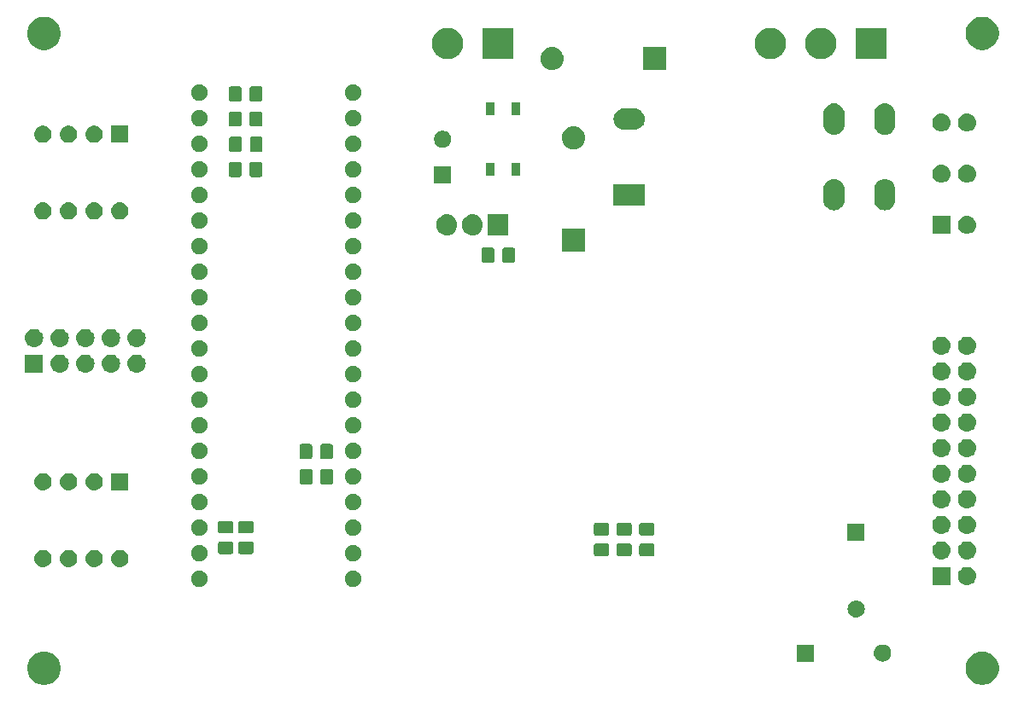
<source format=gbs>
G04 #@! TF.GenerationSoftware,KiCad,Pcbnew,(5.1.4)-1*
G04 #@! TF.CreationDate,2020-06-04T10:48:24-03:00*
G04 #@! TF.ProjectId,ModPrincipal,4d6f6450-7269-46e6-9369-70616c2e6b69,1.0*
G04 #@! TF.SameCoordinates,Original*
G04 #@! TF.FileFunction,Soldermask,Bot*
G04 #@! TF.FilePolarity,Negative*
%FSLAX46Y46*%
G04 Gerber Fmt 4.6, Leading zero omitted, Abs format (unit mm)*
G04 Created by KiCad (PCBNEW (5.1.4)-1) date 2020-06-04 10:48:24*
%MOMM*%
%LPD*%
G04 APERTURE LIST*
%ADD10C,0.100000*%
G04 APERTURE END LIST*
D10*
G36*
X124375256Y-105391298D02*
G01*
X124481579Y-105412447D01*
X124782042Y-105536903D01*
X125052451Y-105717585D01*
X125282415Y-105947549D01*
X125463097Y-106217958D01*
X125587553Y-106518421D01*
X125651000Y-106837391D01*
X125651000Y-107162609D01*
X125587553Y-107481579D01*
X125463097Y-107782042D01*
X125282415Y-108052451D01*
X125052451Y-108282415D01*
X124782042Y-108463097D01*
X124481579Y-108587553D01*
X124375256Y-108608702D01*
X124162611Y-108651000D01*
X123837389Y-108651000D01*
X123624744Y-108608702D01*
X123518421Y-108587553D01*
X123217958Y-108463097D01*
X122947549Y-108282415D01*
X122717585Y-108052451D01*
X122536903Y-107782042D01*
X122412447Y-107481579D01*
X122349000Y-107162609D01*
X122349000Y-106837391D01*
X122412447Y-106518421D01*
X122536903Y-106217958D01*
X122717585Y-105947549D01*
X122947549Y-105717585D01*
X123217958Y-105536903D01*
X123518421Y-105412447D01*
X123624744Y-105391298D01*
X123837389Y-105349000D01*
X124162611Y-105349000D01*
X124375256Y-105391298D01*
X124375256Y-105391298D01*
G37*
G36*
X31375256Y-105391298D02*
G01*
X31481579Y-105412447D01*
X31782042Y-105536903D01*
X32052451Y-105717585D01*
X32282415Y-105947549D01*
X32463097Y-106217958D01*
X32587553Y-106518421D01*
X32651000Y-106837391D01*
X32651000Y-107162609D01*
X32587553Y-107481579D01*
X32463097Y-107782042D01*
X32282415Y-108052451D01*
X32052451Y-108282415D01*
X31782042Y-108463097D01*
X31481579Y-108587553D01*
X31375256Y-108608702D01*
X31162611Y-108651000D01*
X30837389Y-108651000D01*
X30624744Y-108608702D01*
X30518421Y-108587553D01*
X30217958Y-108463097D01*
X29947549Y-108282415D01*
X29717585Y-108052451D01*
X29536903Y-107782042D01*
X29412447Y-107481579D01*
X29349000Y-107162609D01*
X29349000Y-106837391D01*
X29412447Y-106518421D01*
X29536903Y-106217958D01*
X29717585Y-105947549D01*
X29947549Y-105717585D01*
X30217958Y-105536903D01*
X30518421Y-105412447D01*
X30624744Y-105391298D01*
X30837389Y-105349000D01*
X31162611Y-105349000D01*
X31375256Y-105391298D01*
X31375256Y-105391298D01*
G37*
G36*
X107351000Y-106351000D02*
G01*
X105649000Y-106351000D01*
X105649000Y-104649000D01*
X107351000Y-104649000D01*
X107351000Y-106351000D01*
X107351000Y-106351000D01*
G37*
G36*
X114286823Y-104661313D02*
G01*
X114447242Y-104709976D01*
X114579906Y-104780886D01*
X114595078Y-104788996D01*
X114724659Y-104895341D01*
X114831004Y-105024922D01*
X114831005Y-105024924D01*
X114910024Y-105172758D01*
X114958687Y-105333177D01*
X114975117Y-105500000D01*
X114958687Y-105666823D01*
X114910024Y-105827242D01*
X114845717Y-105947551D01*
X114831004Y-105975078D01*
X114724659Y-106104659D01*
X114595078Y-106211004D01*
X114595076Y-106211005D01*
X114447242Y-106290024D01*
X114286823Y-106338687D01*
X114161804Y-106351000D01*
X114078196Y-106351000D01*
X113953177Y-106338687D01*
X113792758Y-106290024D01*
X113644924Y-106211005D01*
X113644922Y-106211004D01*
X113515341Y-106104659D01*
X113408996Y-105975078D01*
X113394283Y-105947551D01*
X113329976Y-105827242D01*
X113281313Y-105666823D01*
X113264883Y-105500000D01*
X113281313Y-105333177D01*
X113329976Y-105172758D01*
X113408995Y-105024924D01*
X113408996Y-105024922D01*
X113515341Y-104895341D01*
X113644922Y-104788996D01*
X113660094Y-104780886D01*
X113792758Y-104709976D01*
X113953177Y-104661313D01*
X114078196Y-104649000D01*
X114161804Y-104649000D01*
X114286823Y-104661313D01*
X114286823Y-104661313D01*
G37*
G36*
X111666823Y-100281313D02*
G01*
X111827242Y-100329976D01*
X111959906Y-100400886D01*
X111975078Y-100408996D01*
X112104659Y-100515341D01*
X112211004Y-100644922D01*
X112211005Y-100644924D01*
X112290024Y-100792758D01*
X112338687Y-100953177D01*
X112355117Y-101120000D01*
X112338687Y-101286823D01*
X112290024Y-101447242D01*
X112219114Y-101579906D01*
X112211004Y-101595078D01*
X112104659Y-101724659D01*
X111975078Y-101831004D01*
X111975076Y-101831005D01*
X111827242Y-101910024D01*
X111666823Y-101958687D01*
X111541804Y-101971000D01*
X111458196Y-101971000D01*
X111333177Y-101958687D01*
X111172758Y-101910024D01*
X111024924Y-101831005D01*
X111024922Y-101831004D01*
X110895341Y-101724659D01*
X110788996Y-101595078D01*
X110780886Y-101579906D01*
X110709976Y-101447242D01*
X110661313Y-101286823D01*
X110644883Y-101120000D01*
X110661313Y-100953177D01*
X110709976Y-100792758D01*
X110788995Y-100644924D01*
X110788996Y-100644922D01*
X110895341Y-100515341D01*
X111024922Y-100408996D01*
X111040094Y-100400886D01*
X111172758Y-100329976D01*
X111333177Y-100281313D01*
X111458196Y-100269000D01*
X111541804Y-100269000D01*
X111666823Y-100281313D01*
X111666823Y-100281313D01*
G37*
G36*
X61857142Y-97348242D02*
G01*
X62005101Y-97409529D01*
X62138255Y-97498499D01*
X62251501Y-97611745D01*
X62340471Y-97744899D01*
X62401758Y-97892858D01*
X62433000Y-98049925D01*
X62433000Y-98210075D01*
X62401758Y-98367142D01*
X62340471Y-98515101D01*
X62251501Y-98648255D01*
X62138255Y-98761501D01*
X62005101Y-98850471D01*
X61857142Y-98911758D01*
X61700075Y-98943000D01*
X61539925Y-98943000D01*
X61382858Y-98911758D01*
X61234899Y-98850471D01*
X61101745Y-98761501D01*
X60988499Y-98648255D01*
X60899529Y-98515101D01*
X60838242Y-98367142D01*
X60807000Y-98210075D01*
X60807000Y-98049925D01*
X60838242Y-97892858D01*
X60899529Y-97744899D01*
X60988499Y-97611745D01*
X61101745Y-97498499D01*
X61234899Y-97409529D01*
X61382858Y-97348242D01*
X61539925Y-97317000D01*
X61700075Y-97317000D01*
X61857142Y-97348242D01*
X61857142Y-97348242D01*
G37*
G36*
X46617142Y-97348242D02*
G01*
X46765101Y-97409529D01*
X46898255Y-97498499D01*
X47011501Y-97611745D01*
X47100471Y-97744899D01*
X47161758Y-97892858D01*
X47193000Y-98049925D01*
X47193000Y-98210075D01*
X47161758Y-98367142D01*
X47100471Y-98515101D01*
X47011501Y-98648255D01*
X46898255Y-98761501D01*
X46765101Y-98850471D01*
X46617142Y-98911758D01*
X46460075Y-98943000D01*
X46299925Y-98943000D01*
X46142858Y-98911758D01*
X45994899Y-98850471D01*
X45861745Y-98761501D01*
X45748499Y-98648255D01*
X45659529Y-98515101D01*
X45598242Y-98367142D01*
X45567000Y-98210075D01*
X45567000Y-98049925D01*
X45598242Y-97892858D01*
X45659529Y-97744899D01*
X45748499Y-97611745D01*
X45861745Y-97498499D01*
X45994899Y-97409529D01*
X46142858Y-97348242D01*
X46299925Y-97317000D01*
X46460075Y-97317000D01*
X46617142Y-97348242D01*
X46617142Y-97348242D01*
G37*
G36*
X122610442Y-96965518D02*
G01*
X122676627Y-96972037D01*
X122846466Y-97023557D01*
X123002991Y-97107222D01*
X123038729Y-97136552D01*
X123140186Y-97219814D01*
X123219943Y-97317000D01*
X123252778Y-97357009D01*
X123336443Y-97513534D01*
X123387963Y-97683373D01*
X123405359Y-97860000D01*
X123387963Y-98036627D01*
X123336443Y-98206466D01*
X123336442Y-98206468D01*
X123334514Y-98210075D01*
X123252778Y-98362991D01*
X123223448Y-98398729D01*
X123140186Y-98500186D01*
X123038729Y-98583448D01*
X123002991Y-98612778D01*
X122846466Y-98696443D01*
X122676627Y-98747963D01*
X122610443Y-98754481D01*
X122544260Y-98761000D01*
X122455740Y-98761000D01*
X122389558Y-98754482D01*
X122323373Y-98747963D01*
X122153534Y-98696443D01*
X121997009Y-98612778D01*
X121961271Y-98583448D01*
X121859814Y-98500186D01*
X121776552Y-98398729D01*
X121747222Y-98362991D01*
X121665486Y-98210075D01*
X121663558Y-98206468D01*
X121663557Y-98206466D01*
X121612037Y-98036627D01*
X121594641Y-97860000D01*
X121612037Y-97683373D01*
X121663557Y-97513534D01*
X121747222Y-97357009D01*
X121780057Y-97317000D01*
X121859814Y-97219814D01*
X121961271Y-97136552D01*
X121997009Y-97107222D01*
X122153534Y-97023557D01*
X122323373Y-96972037D01*
X122389557Y-96965519D01*
X122455740Y-96959000D01*
X122544260Y-96959000D01*
X122610442Y-96965518D01*
X122610442Y-96965518D01*
G37*
G36*
X120861000Y-98761000D02*
G01*
X119059000Y-98761000D01*
X119059000Y-96959000D01*
X120861000Y-96959000D01*
X120861000Y-98761000D01*
X120861000Y-98761000D01*
G37*
G36*
X31046823Y-95281313D02*
G01*
X31207242Y-95329976D01*
X31339906Y-95400886D01*
X31355078Y-95408996D01*
X31484659Y-95515341D01*
X31591004Y-95644922D01*
X31591005Y-95644924D01*
X31670024Y-95792758D01*
X31718687Y-95953177D01*
X31735117Y-96120000D01*
X31718687Y-96286823D01*
X31670024Y-96447242D01*
X31599114Y-96579906D01*
X31591004Y-96595078D01*
X31484659Y-96724659D01*
X31355078Y-96831004D01*
X31355076Y-96831005D01*
X31207242Y-96910024D01*
X31046823Y-96958687D01*
X30921804Y-96971000D01*
X30838196Y-96971000D01*
X30713177Y-96958687D01*
X30552758Y-96910024D01*
X30404924Y-96831005D01*
X30404922Y-96831004D01*
X30275341Y-96724659D01*
X30168996Y-96595078D01*
X30160886Y-96579906D01*
X30089976Y-96447242D01*
X30041313Y-96286823D01*
X30024883Y-96120000D01*
X30041313Y-95953177D01*
X30089976Y-95792758D01*
X30168995Y-95644924D01*
X30168996Y-95644922D01*
X30275341Y-95515341D01*
X30404922Y-95408996D01*
X30420094Y-95400886D01*
X30552758Y-95329976D01*
X30713177Y-95281313D01*
X30838196Y-95269000D01*
X30921804Y-95269000D01*
X31046823Y-95281313D01*
X31046823Y-95281313D01*
G37*
G36*
X33586823Y-95281313D02*
G01*
X33747242Y-95329976D01*
X33879906Y-95400886D01*
X33895078Y-95408996D01*
X34024659Y-95515341D01*
X34131004Y-95644922D01*
X34131005Y-95644924D01*
X34210024Y-95792758D01*
X34258687Y-95953177D01*
X34275117Y-96120000D01*
X34258687Y-96286823D01*
X34210024Y-96447242D01*
X34139114Y-96579906D01*
X34131004Y-96595078D01*
X34024659Y-96724659D01*
X33895078Y-96831004D01*
X33895076Y-96831005D01*
X33747242Y-96910024D01*
X33586823Y-96958687D01*
X33461804Y-96971000D01*
X33378196Y-96971000D01*
X33253177Y-96958687D01*
X33092758Y-96910024D01*
X32944924Y-96831005D01*
X32944922Y-96831004D01*
X32815341Y-96724659D01*
X32708996Y-96595078D01*
X32700886Y-96579906D01*
X32629976Y-96447242D01*
X32581313Y-96286823D01*
X32564883Y-96120000D01*
X32581313Y-95953177D01*
X32629976Y-95792758D01*
X32708995Y-95644924D01*
X32708996Y-95644922D01*
X32815341Y-95515341D01*
X32944922Y-95408996D01*
X32960094Y-95400886D01*
X33092758Y-95329976D01*
X33253177Y-95281313D01*
X33378196Y-95269000D01*
X33461804Y-95269000D01*
X33586823Y-95281313D01*
X33586823Y-95281313D01*
G37*
G36*
X36126823Y-95281313D02*
G01*
X36287242Y-95329976D01*
X36419906Y-95400886D01*
X36435078Y-95408996D01*
X36564659Y-95515341D01*
X36671004Y-95644922D01*
X36671005Y-95644924D01*
X36750024Y-95792758D01*
X36798687Y-95953177D01*
X36815117Y-96120000D01*
X36798687Y-96286823D01*
X36750024Y-96447242D01*
X36679114Y-96579906D01*
X36671004Y-96595078D01*
X36564659Y-96724659D01*
X36435078Y-96831004D01*
X36435076Y-96831005D01*
X36287242Y-96910024D01*
X36126823Y-96958687D01*
X36001804Y-96971000D01*
X35918196Y-96971000D01*
X35793177Y-96958687D01*
X35632758Y-96910024D01*
X35484924Y-96831005D01*
X35484922Y-96831004D01*
X35355341Y-96724659D01*
X35248996Y-96595078D01*
X35240886Y-96579906D01*
X35169976Y-96447242D01*
X35121313Y-96286823D01*
X35104883Y-96120000D01*
X35121313Y-95953177D01*
X35169976Y-95792758D01*
X35248995Y-95644924D01*
X35248996Y-95644922D01*
X35355341Y-95515341D01*
X35484922Y-95408996D01*
X35500094Y-95400886D01*
X35632758Y-95329976D01*
X35793177Y-95281313D01*
X35918196Y-95269000D01*
X36001804Y-95269000D01*
X36126823Y-95281313D01*
X36126823Y-95281313D01*
G37*
G36*
X38666823Y-95281313D02*
G01*
X38827242Y-95329976D01*
X38959906Y-95400886D01*
X38975078Y-95408996D01*
X39104659Y-95515341D01*
X39211004Y-95644922D01*
X39211005Y-95644924D01*
X39290024Y-95792758D01*
X39338687Y-95953177D01*
X39355117Y-96120000D01*
X39338687Y-96286823D01*
X39290024Y-96447242D01*
X39219114Y-96579906D01*
X39211004Y-96595078D01*
X39104659Y-96724659D01*
X38975078Y-96831004D01*
X38975076Y-96831005D01*
X38827242Y-96910024D01*
X38666823Y-96958687D01*
X38541804Y-96971000D01*
X38458196Y-96971000D01*
X38333177Y-96958687D01*
X38172758Y-96910024D01*
X38024924Y-96831005D01*
X38024922Y-96831004D01*
X37895341Y-96724659D01*
X37788996Y-96595078D01*
X37780886Y-96579906D01*
X37709976Y-96447242D01*
X37661313Y-96286823D01*
X37644883Y-96120000D01*
X37661313Y-95953177D01*
X37709976Y-95792758D01*
X37788995Y-95644924D01*
X37788996Y-95644922D01*
X37895341Y-95515341D01*
X38024922Y-95408996D01*
X38040094Y-95400886D01*
X38172758Y-95329976D01*
X38333177Y-95281313D01*
X38458196Y-95269000D01*
X38541804Y-95269000D01*
X38666823Y-95281313D01*
X38666823Y-95281313D01*
G37*
G36*
X46617142Y-94808242D02*
G01*
X46765101Y-94869529D01*
X46898255Y-94958499D01*
X47011501Y-95071745D01*
X47100471Y-95204899D01*
X47161758Y-95352858D01*
X47193000Y-95509925D01*
X47193000Y-95670075D01*
X47161758Y-95827142D01*
X47100471Y-95975101D01*
X47011501Y-96108255D01*
X46898255Y-96221501D01*
X46765101Y-96310471D01*
X46617142Y-96371758D01*
X46460075Y-96403000D01*
X46299925Y-96403000D01*
X46142858Y-96371758D01*
X45994899Y-96310471D01*
X45861745Y-96221501D01*
X45748499Y-96108255D01*
X45659529Y-95975101D01*
X45598242Y-95827142D01*
X45567000Y-95670075D01*
X45567000Y-95509925D01*
X45598242Y-95352858D01*
X45659529Y-95204899D01*
X45748499Y-95071745D01*
X45861745Y-94958499D01*
X45994899Y-94869529D01*
X46142858Y-94808242D01*
X46299925Y-94777000D01*
X46460075Y-94777000D01*
X46617142Y-94808242D01*
X46617142Y-94808242D01*
G37*
G36*
X61857142Y-94808242D02*
G01*
X62005101Y-94869529D01*
X62138255Y-94958499D01*
X62251501Y-95071745D01*
X62340471Y-95204899D01*
X62401758Y-95352858D01*
X62433000Y-95509925D01*
X62433000Y-95670075D01*
X62401758Y-95827142D01*
X62340471Y-95975101D01*
X62251501Y-96108255D01*
X62138255Y-96221501D01*
X62005101Y-96310471D01*
X61857142Y-96371758D01*
X61700075Y-96403000D01*
X61539925Y-96403000D01*
X61382858Y-96371758D01*
X61234899Y-96310471D01*
X61101745Y-96221501D01*
X60988499Y-96108255D01*
X60899529Y-95975101D01*
X60838242Y-95827142D01*
X60807000Y-95670075D01*
X60807000Y-95509925D01*
X60838242Y-95352858D01*
X60899529Y-95204899D01*
X60988499Y-95071745D01*
X61101745Y-94958499D01*
X61234899Y-94869529D01*
X61382858Y-94808242D01*
X61539925Y-94777000D01*
X61700075Y-94777000D01*
X61857142Y-94808242D01*
X61857142Y-94808242D01*
G37*
G36*
X122595025Y-94424000D02*
G01*
X122676627Y-94432037D01*
X122846466Y-94483557D01*
X123002991Y-94567222D01*
X123038729Y-94596552D01*
X123140186Y-94679814D01*
X123196663Y-94748633D01*
X123252778Y-94817009D01*
X123336443Y-94973534D01*
X123387963Y-95143373D01*
X123405359Y-95320000D01*
X123387963Y-95496627D01*
X123336443Y-95666466D01*
X123336442Y-95666468D01*
X123333734Y-95671535D01*
X123252778Y-95822991D01*
X123246918Y-95830131D01*
X123140186Y-95960186D01*
X123038729Y-96043448D01*
X123002991Y-96072778D01*
X122846466Y-96156443D01*
X122676627Y-96207963D01*
X122610442Y-96214482D01*
X122544260Y-96221000D01*
X122455740Y-96221000D01*
X122389557Y-96214481D01*
X122323373Y-96207963D01*
X122153534Y-96156443D01*
X121997009Y-96072778D01*
X121961271Y-96043448D01*
X121859814Y-95960186D01*
X121753082Y-95830131D01*
X121747222Y-95822991D01*
X121666266Y-95671535D01*
X121663558Y-95666468D01*
X121663557Y-95666466D01*
X121612037Y-95496627D01*
X121594641Y-95320000D01*
X121612037Y-95143373D01*
X121663557Y-94973534D01*
X121747222Y-94817009D01*
X121803337Y-94748633D01*
X121859814Y-94679814D01*
X121961271Y-94596552D01*
X121997009Y-94567222D01*
X122153534Y-94483557D01*
X122323373Y-94432037D01*
X122404975Y-94424000D01*
X122455740Y-94419000D01*
X122544260Y-94419000D01*
X122595025Y-94424000D01*
X122595025Y-94424000D01*
G37*
G36*
X120055025Y-94424000D02*
G01*
X120136627Y-94432037D01*
X120306466Y-94483557D01*
X120462991Y-94567222D01*
X120498729Y-94596552D01*
X120600186Y-94679814D01*
X120656663Y-94748633D01*
X120712778Y-94817009D01*
X120796443Y-94973534D01*
X120847963Y-95143373D01*
X120865359Y-95320000D01*
X120847963Y-95496627D01*
X120796443Y-95666466D01*
X120796442Y-95666468D01*
X120793734Y-95671535D01*
X120712778Y-95822991D01*
X120706918Y-95830131D01*
X120600186Y-95960186D01*
X120498729Y-96043448D01*
X120462991Y-96072778D01*
X120306466Y-96156443D01*
X120136627Y-96207963D01*
X120070442Y-96214482D01*
X120004260Y-96221000D01*
X119915740Y-96221000D01*
X119849557Y-96214481D01*
X119783373Y-96207963D01*
X119613534Y-96156443D01*
X119457009Y-96072778D01*
X119421271Y-96043448D01*
X119319814Y-95960186D01*
X119213082Y-95830131D01*
X119207222Y-95822991D01*
X119126266Y-95671535D01*
X119123558Y-95666468D01*
X119123557Y-95666466D01*
X119072037Y-95496627D01*
X119054641Y-95320000D01*
X119072037Y-95143373D01*
X119123557Y-94973534D01*
X119207222Y-94817009D01*
X119263337Y-94748633D01*
X119319814Y-94679814D01*
X119421271Y-94596552D01*
X119457009Y-94567222D01*
X119613534Y-94483557D01*
X119783373Y-94432037D01*
X119864975Y-94424000D01*
X119915740Y-94419000D01*
X120004260Y-94419000D01*
X120055025Y-94424000D01*
X120055025Y-94424000D01*
G37*
G36*
X89088674Y-94628465D02*
G01*
X89126367Y-94639899D01*
X89161103Y-94658466D01*
X89191548Y-94683452D01*
X89216534Y-94713897D01*
X89235101Y-94748633D01*
X89246535Y-94786326D01*
X89251000Y-94831661D01*
X89251000Y-95668339D01*
X89246535Y-95713674D01*
X89235101Y-95751367D01*
X89216534Y-95786103D01*
X89191548Y-95816548D01*
X89161103Y-95841534D01*
X89126367Y-95860101D01*
X89088674Y-95871535D01*
X89043339Y-95876000D01*
X87956661Y-95876000D01*
X87911326Y-95871535D01*
X87873633Y-95860101D01*
X87838897Y-95841534D01*
X87808452Y-95816548D01*
X87783466Y-95786103D01*
X87764899Y-95751367D01*
X87753465Y-95713674D01*
X87749000Y-95668339D01*
X87749000Y-94831661D01*
X87753465Y-94786326D01*
X87764899Y-94748633D01*
X87783466Y-94713897D01*
X87808452Y-94683452D01*
X87838897Y-94658466D01*
X87873633Y-94639899D01*
X87911326Y-94628465D01*
X87956661Y-94624000D01*
X89043339Y-94624000D01*
X89088674Y-94628465D01*
X89088674Y-94628465D01*
G37*
G36*
X91338674Y-94628465D02*
G01*
X91376367Y-94639899D01*
X91411103Y-94658466D01*
X91441548Y-94683452D01*
X91466534Y-94713897D01*
X91485101Y-94748633D01*
X91496535Y-94786326D01*
X91501000Y-94831661D01*
X91501000Y-95668339D01*
X91496535Y-95713674D01*
X91485101Y-95751367D01*
X91466534Y-95786103D01*
X91441548Y-95816548D01*
X91411103Y-95841534D01*
X91376367Y-95860101D01*
X91338674Y-95871535D01*
X91293339Y-95876000D01*
X90206661Y-95876000D01*
X90161326Y-95871535D01*
X90123633Y-95860101D01*
X90088897Y-95841534D01*
X90058452Y-95816548D01*
X90033466Y-95786103D01*
X90014899Y-95751367D01*
X90003465Y-95713674D01*
X89999000Y-95668339D01*
X89999000Y-94831661D01*
X90003465Y-94786326D01*
X90014899Y-94748633D01*
X90033466Y-94713897D01*
X90058452Y-94683452D01*
X90088897Y-94658466D01*
X90123633Y-94639899D01*
X90161326Y-94628465D01*
X90206661Y-94624000D01*
X91293339Y-94624000D01*
X91338674Y-94628465D01*
X91338674Y-94628465D01*
G37*
G36*
X86838674Y-94628465D02*
G01*
X86876367Y-94639899D01*
X86911103Y-94658466D01*
X86941548Y-94683452D01*
X86966534Y-94713897D01*
X86985101Y-94748633D01*
X86996535Y-94786326D01*
X87001000Y-94831661D01*
X87001000Y-95668339D01*
X86996535Y-95713674D01*
X86985101Y-95751367D01*
X86966534Y-95786103D01*
X86941548Y-95816548D01*
X86911103Y-95841534D01*
X86876367Y-95860101D01*
X86838674Y-95871535D01*
X86793339Y-95876000D01*
X85706661Y-95876000D01*
X85661326Y-95871535D01*
X85623633Y-95860101D01*
X85588897Y-95841534D01*
X85558452Y-95816548D01*
X85533466Y-95786103D01*
X85514899Y-95751367D01*
X85503465Y-95713674D01*
X85499000Y-95668339D01*
X85499000Y-94831661D01*
X85503465Y-94786326D01*
X85514899Y-94748633D01*
X85533466Y-94713897D01*
X85558452Y-94683452D01*
X85588897Y-94658466D01*
X85623633Y-94639899D01*
X85661326Y-94628465D01*
X85706661Y-94624000D01*
X86793339Y-94624000D01*
X86838674Y-94628465D01*
X86838674Y-94628465D01*
G37*
G36*
X51588674Y-94428465D02*
G01*
X51626367Y-94439899D01*
X51661103Y-94458466D01*
X51691548Y-94483452D01*
X51716534Y-94513897D01*
X51735101Y-94548633D01*
X51746535Y-94586326D01*
X51751000Y-94631661D01*
X51751000Y-95468339D01*
X51746535Y-95513674D01*
X51735101Y-95551367D01*
X51716534Y-95586103D01*
X51691548Y-95616548D01*
X51661103Y-95641534D01*
X51626367Y-95660101D01*
X51588674Y-95671535D01*
X51543339Y-95676000D01*
X50456661Y-95676000D01*
X50411326Y-95671535D01*
X50373633Y-95660101D01*
X50338897Y-95641534D01*
X50308452Y-95616548D01*
X50283466Y-95586103D01*
X50264899Y-95551367D01*
X50253465Y-95513674D01*
X50249000Y-95468339D01*
X50249000Y-94631661D01*
X50253465Y-94586326D01*
X50264899Y-94548633D01*
X50283466Y-94513897D01*
X50308452Y-94483452D01*
X50338897Y-94458466D01*
X50373633Y-94439899D01*
X50411326Y-94428465D01*
X50456661Y-94424000D01*
X51543339Y-94424000D01*
X51588674Y-94428465D01*
X51588674Y-94428465D01*
G37*
G36*
X49588674Y-94428465D02*
G01*
X49626367Y-94439899D01*
X49661103Y-94458466D01*
X49691548Y-94483452D01*
X49716534Y-94513897D01*
X49735101Y-94548633D01*
X49746535Y-94586326D01*
X49751000Y-94631661D01*
X49751000Y-95468339D01*
X49746535Y-95513674D01*
X49735101Y-95551367D01*
X49716534Y-95586103D01*
X49691548Y-95616548D01*
X49661103Y-95641534D01*
X49626367Y-95660101D01*
X49588674Y-95671535D01*
X49543339Y-95676000D01*
X48456661Y-95676000D01*
X48411326Y-95671535D01*
X48373633Y-95660101D01*
X48338897Y-95641534D01*
X48308452Y-95616548D01*
X48283466Y-95586103D01*
X48264899Y-95551367D01*
X48253465Y-95513674D01*
X48249000Y-95468339D01*
X48249000Y-94631661D01*
X48253465Y-94586326D01*
X48264899Y-94548633D01*
X48283466Y-94513897D01*
X48308452Y-94483452D01*
X48338897Y-94458466D01*
X48373633Y-94439899D01*
X48411326Y-94428465D01*
X48456661Y-94424000D01*
X49543339Y-94424000D01*
X49588674Y-94428465D01*
X49588674Y-94428465D01*
G37*
G36*
X112351000Y-94351000D02*
G01*
X110649000Y-94351000D01*
X110649000Y-92649000D01*
X112351000Y-92649000D01*
X112351000Y-94351000D01*
X112351000Y-94351000D01*
G37*
G36*
X61857142Y-92268242D02*
G01*
X62005101Y-92329529D01*
X62138255Y-92418499D01*
X62251501Y-92531745D01*
X62340471Y-92664899D01*
X62401758Y-92812858D01*
X62433000Y-92969925D01*
X62433000Y-93130075D01*
X62401758Y-93287142D01*
X62340471Y-93435101D01*
X62251501Y-93568255D01*
X62138255Y-93681501D01*
X62005101Y-93770471D01*
X61857142Y-93831758D01*
X61700075Y-93863000D01*
X61539925Y-93863000D01*
X61382858Y-93831758D01*
X61234899Y-93770471D01*
X61101745Y-93681501D01*
X60988499Y-93568255D01*
X60899529Y-93435101D01*
X60838242Y-93287142D01*
X60807000Y-93130075D01*
X60807000Y-92969925D01*
X60838242Y-92812858D01*
X60899529Y-92664899D01*
X60988499Y-92531745D01*
X61101745Y-92418499D01*
X61234899Y-92329529D01*
X61382858Y-92268242D01*
X61539925Y-92237000D01*
X61700075Y-92237000D01*
X61857142Y-92268242D01*
X61857142Y-92268242D01*
G37*
G36*
X46617142Y-92268242D02*
G01*
X46765101Y-92329529D01*
X46898255Y-92418499D01*
X47011501Y-92531745D01*
X47100471Y-92664899D01*
X47161758Y-92812858D01*
X47193000Y-92969925D01*
X47193000Y-93130075D01*
X47161758Y-93287142D01*
X47100471Y-93435101D01*
X47011501Y-93568255D01*
X46898255Y-93681501D01*
X46765101Y-93770471D01*
X46617142Y-93831758D01*
X46460075Y-93863000D01*
X46299925Y-93863000D01*
X46142858Y-93831758D01*
X45994899Y-93770471D01*
X45861745Y-93681501D01*
X45748499Y-93568255D01*
X45659529Y-93435101D01*
X45598242Y-93287142D01*
X45567000Y-93130075D01*
X45567000Y-92969925D01*
X45598242Y-92812858D01*
X45659529Y-92664899D01*
X45748499Y-92531745D01*
X45861745Y-92418499D01*
X45994899Y-92329529D01*
X46142858Y-92268242D01*
X46299925Y-92237000D01*
X46460075Y-92237000D01*
X46617142Y-92268242D01*
X46617142Y-92268242D01*
G37*
G36*
X86838674Y-92578465D02*
G01*
X86876367Y-92589899D01*
X86911103Y-92608466D01*
X86941548Y-92633452D01*
X86966534Y-92663897D01*
X86985101Y-92698633D01*
X86996535Y-92736326D01*
X87001000Y-92781661D01*
X87001000Y-93618339D01*
X86996535Y-93663674D01*
X86985101Y-93701367D01*
X86966534Y-93736103D01*
X86941548Y-93766548D01*
X86911103Y-93791534D01*
X86876367Y-93810101D01*
X86838674Y-93821535D01*
X86793339Y-93826000D01*
X85706661Y-93826000D01*
X85661326Y-93821535D01*
X85623633Y-93810101D01*
X85588897Y-93791534D01*
X85558452Y-93766548D01*
X85533466Y-93736103D01*
X85514899Y-93701367D01*
X85503465Y-93663674D01*
X85499000Y-93618339D01*
X85499000Y-92781661D01*
X85503465Y-92736326D01*
X85514899Y-92698633D01*
X85533466Y-92663897D01*
X85558452Y-92633452D01*
X85588897Y-92608466D01*
X85623633Y-92589899D01*
X85661326Y-92578465D01*
X85706661Y-92574000D01*
X86793339Y-92574000D01*
X86838674Y-92578465D01*
X86838674Y-92578465D01*
G37*
G36*
X89088674Y-92578465D02*
G01*
X89126367Y-92589899D01*
X89161103Y-92608466D01*
X89191548Y-92633452D01*
X89216534Y-92663897D01*
X89235101Y-92698633D01*
X89246535Y-92736326D01*
X89251000Y-92781661D01*
X89251000Y-93618339D01*
X89246535Y-93663674D01*
X89235101Y-93701367D01*
X89216534Y-93736103D01*
X89191548Y-93766548D01*
X89161103Y-93791534D01*
X89126367Y-93810101D01*
X89088674Y-93821535D01*
X89043339Y-93826000D01*
X87956661Y-93826000D01*
X87911326Y-93821535D01*
X87873633Y-93810101D01*
X87838897Y-93791534D01*
X87808452Y-93766548D01*
X87783466Y-93736103D01*
X87764899Y-93701367D01*
X87753465Y-93663674D01*
X87749000Y-93618339D01*
X87749000Y-92781661D01*
X87753465Y-92736326D01*
X87764899Y-92698633D01*
X87783466Y-92663897D01*
X87808452Y-92633452D01*
X87838897Y-92608466D01*
X87873633Y-92589899D01*
X87911326Y-92578465D01*
X87956661Y-92574000D01*
X89043339Y-92574000D01*
X89088674Y-92578465D01*
X89088674Y-92578465D01*
G37*
G36*
X91338674Y-92578465D02*
G01*
X91376367Y-92589899D01*
X91411103Y-92608466D01*
X91441548Y-92633452D01*
X91466534Y-92663897D01*
X91485101Y-92698633D01*
X91496535Y-92736326D01*
X91501000Y-92781661D01*
X91501000Y-93618339D01*
X91496535Y-93663674D01*
X91485101Y-93701367D01*
X91466534Y-93736103D01*
X91441548Y-93766548D01*
X91411103Y-93791534D01*
X91376367Y-93810101D01*
X91338674Y-93821535D01*
X91293339Y-93826000D01*
X90206661Y-93826000D01*
X90161326Y-93821535D01*
X90123633Y-93810101D01*
X90088897Y-93791534D01*
X90058452Y-93766548D01*
X90033466Y-93736103D01*
X90014899Y-93701367D01*
X90003465Y-93663674D01*
X89999000Y-93618339D01*
X89999000Y-92781661D01*
X90003465Y-92736326D01*
X90014899Y-92698633D01*
X90033466Y-92663897D01*
X90058452Y-92633452D01*
X90088897Y-92608466D01*
X90123633Y-92589899D01*
X90161326Y-92578465D01*
X90206661Y-92574000D01*
X91293339Y-92574000D01*
X91338674Y-92578465D01*
X91338674Y-92578465D01*
G37*
G36*
X122610443Y-91885519D02*
G01*
X122676627Y-91892037D01*
X122846466Y-91943557D01*
X123002991Y-92027222D01*
X123038729Y-92056552D01*
X123140186Y-92139814D01*
X123219943Y-92237000D01*
X123252778Y-92277009D01*
X123336443Y-92433534D01*
X123387963Y-92603373D01*
X123405359Y-92780000D01*
X123387963Y-92956627D01*
X123336443Y-93126466D01*
X123336442Y-93126468D01*
X123334514Y-93130075D01*
X123252778Y-93282991D01*
X123223448Y-93318729D01*
X123140186Y-93420186D01*
X123041265Y-93501367D01*
X123002991Y-93532778D01*
X122846466Y-93616443D01*
X122676627Y-93667963D01*
X122610443Y-93674481D01*
X122544260Y-93681000D01*
X122455740Y-93681000D01*
X122389557Y-93674481D01*
X122323373Y-93667963D01*
X122153534Y-93616443D01*
X121997009Y-93532778D01*
X121958735Y-93501367D01*
X121859814Y-93420186D01*
X121776552Y-93318729D01*
X121747222Y-93282991D01*
X121665486Y-93130075D01*
X121663558Y-93126468D01*
X121663557Y-93126466D01*
X121612037Y-92956627D01*
X121594641Y-92780000D01*
X121612037Y-92603373D01*
X121663557Y-92433534D01*
X121747222Y-92277009D01*
X121780057Y-92237000D01*
X121859814Y-92139814D01*
X121961271Y-92056552D01*
X121997009Y-92027222D01*
X122153534Y-91943557D01*
X122323373Y-91892037D01*
X122389557Y-91885519D01*
X122455740Y-91879000D01*
X122544260Y-91879000D01*
X122610443Y-91885519D01*
X122610443Y-91885519D01*
G37*
G36*
X120070443Y-91885519D02*
G01*
X120136627Y-91892037D01*
X120306466Y-91943557D01*
X120462991Y-92027222D01*
X120498729Y-92056552D01*
X120600186Y-92139814D01*
X120679943Y-92237000D01*
X120712778Y-92277009D01*
X120796443Y-92433534D01*
X120847963Y-92603373D01*
X120865359Y-92780000D01*
X120847963Y-92956627D01*
X120796443Y-93126466D01*
X120796442Y-93126468D01*
X120794514Y-93130075D01*
X120712778Y-93282991D01*
X120683448Y-93318729D01*
X120600186Y-93420186D01*
X120501265Y-93501367D01*
X120462991Y-93532778D01*
X120306466Y-93616443D01*
X120136627Y-93667963D01*
X120070443Y-93674481D01*
X120004260Y-93681000D01*
X119915740Y-93681000D01*
X119849557Y-93674481D01*
X119783373Y-93667963D01*
X119613534Y-93616443D01*
X119457009Y-93532778D01*
X119418735Y-93501367D01*
X119319814Y-93420186D01*
X119236552Y-93318729D01*
X119207222Y-93282991D01*
X119125486Y-93130075D01*
X119123558Y-93126468D01*
X119123557Y-93126466D01*
X119072037Y-92956627D01*
X119054641Y-92780000D01*
X119072037Y-92603373D01*
X119123557Y-92433534D01*
X119207222Y-92277009D01*
X119240057Y-92237000D01*
X119319814Y-92139814D01*
X119421271Y-92056552D01*
X119457009Y-92027222D01*
X119613534Y-91943557D01*
X119783373Y-91892037D01*
X119849557Y-91885519D01*
X119915740Y-91879000D01*
X120004260Y-91879000D01*
X120070443Y-91885519D01*
X120070443Y-91885519D01*
G37*
G36*
X51588674Y-92378465D02*
G01*
X51626367Y-92389899D01*
X51661103Y-92408466D01*
X51691548Y-92433452D01*
X51716534Y-92463897D01*
X51735101Y-92498633D01*
X51746535Y-92536326D01*
X51751000Y-92581661D01*
X51751000Y-93418339D01*
X51746535Y-93463674D01*
X51735101Y-93501367D01*
X51716534Y-93536103D01*
X51691548Y-93566548D01*
X51661103Y-93591534D01*
X51626367Y-93610101D01*
X51588674Y-93621535D01*
X51543339Y-93626000D01*
X50456661Y-93626000D01*
X50411326Y-93621535D01*
X50373633Y-93610101D01*
X50338897Y-93591534D01*
X50308452Y-93566548D01*
X50283466Y-93536103D01*
X50264899Y-93501367D01*
X50253465Y-93463674D01*
X50249000Y-93418339D01*
X50249000Y-92581661D01*
X50253465Y-92536326D01*
X50264899Y-92498633D01*
X50283466Y-92463897D01*
X50308452Y-92433452D01*
X50338897Y-92408466D01*
X50373633Y-92389899D01*
X50411326Y-92378465D01*
X50456661Y-92374000D01*
X51543339Y-92374000D01*
X51588674Y-92378465D01*
X51588674Y-92378465D01*
G37*
G36*
X49588674Y-92378465D02*
G01*
X49626367Y-92389899D01*
X49661103Y-92408466D01*
X49691548Y-92433452D01*
X49716534Y-92463897D01*
X49735101Y-92498633D01*
X49746535Y-92536326D01*
X49751000Y-92581661D01*
X49751000Y-93418339D01*
X49746535Y-93463674D01*
X49735101Y-93501367D01*
X49716534Y-93536103D01*
X49691548Y-93566548D01*
X49661103Y-93591534D01*
X49626367Y-93610101D01*
X49588674Y-93621535D01*
X49543339Y-93626000D01*
X48456661Y-93626000D01*
X48411326Y-93621535D01*
X48373633Y-93610101D01*
X48338897Y-93591534D01*
X48308452Y-93566548D01*
X48283466Y-93536103D01*
X48264899Y-93501367D01*
X48253465Y-93463674D01*
X48249000Y-93418339D01*
X48249000Y-92581661D01*
X48253465Y-92536326D01*
X48264899Y-92498633D01*
X48283466Y-92463897D01*
X48308452Y-92433452D01*
X48338897Y-92408466D01*
X48373633Y-92389899D01*
X48411326Y-92378465D01*
X48456661Y-92374000D01*
X49543339Y-92374000D01*
X49588674Y-92378465D01*
X49588674Y-92378465D01*
G37*
G36*
X46617142Y-89728242D02*
G01*
X46765101Y-89789529D01*
X46898255Y-89878499D01*
X47011501Y-89991745D01*
X47100471Y-90124899D01*
X47161758Y-90272858D01*
X47193000Y-90429925D01*
X47193000Y-90590075D01*
X47161758Y-90747142D01*
X47100471Y-90895101D01*
X47011501Y-91028255D01*
X46898255Y-91141501D01*
X46765101Y-91230471D01*
X46617142Y-91291758D01*
X46460075Y-91323000D01*
X46299925Y-91323000D01*
X46142858Y-91291758D01*
X45994899Y-91230471D01*
X45861745Y-91141501D01*
X45748499Y-91028255D01*
X45659529Y-90895101D01*
X45598242Y-90747142D01*
X45567000Y-90590075D01*
X45567000Y-90429925D01*
X45598242Y-90272858D01*
X45659529Y-90124899D01*
X45748499Y-89991745D01*
X45861745Y-89878499D01*
X45994899Y-89789529D01*
X46142858Y-89728242D01*
X46299925Y-89697000D01*
X46460075Y-89697000D01*
X46617142Y-89728242D01*
X46617142Y-89728242D01*
G37*
G36*
X61857142Y-89728242D02*
G01*
X62005101Y-89789529D01*
X62138255Y-89878499D01*
X62251501Y-89991745D01*
X62340471Y-90124899D01*
X62401758Y-90272858D01*
X62433000Y-90429925D01*
X62433000Y-90590075D01*
X62401758Y-90747142D01*
X62340471Y-90895101D01*
X62251501Y-91028255D01*
X62138255Y-91141501D01*
X62005101Y-91230471D01*
X61857142Y-91291758D01*
X61700075Y-91323000D01*
X61539925Y-91323000D01*
X61382858Y-91291758D01*
X61234899Y-91230471D01*
X61101745Y-91141501D01*
X60988499Y-91028255D01*
X60899529Y-90895101D01*
X60838242Y-90747142D01*
X60807000Y-90590075D01*
X60807000Y-90429925D01*
X60838242Y-90272858D01*
X60899529Y-90124899D01*
X60988499Y-89991745D01*
X61101745Y-89878499D01*
X61234899Y-89789529D01*
X61382858Y-89728242D01*
X61539925Y-89697000D01*
X61700075Y-89697000D01*
X61857142Y-89728242D01*
X61857142Y-89728242D01*
G37*
G36*
X122610443Y-89345519D02*
G01*
X122676627Y-89352037D01*
X122846466Y-89403557D01*
X123002991Y-89487222D01*
X123038729Y-89516552D01*
X123140186Y-89599814D01*
X123219943Y-89697000D01*
X123252778Y-89737009D01*
X123336443Y-89893534D01*
X123387963Y-90063373D01*
X123405359Y-90240000D01*
X123387963Y-90416627D01*
X123336443Y-90586466D01*
X123336442Y-90586468D01*
X123334514Y-90590075D01*
X123252778Y-90742991D01*
X123223448Y-90778729D01*
X123140186Y-90880186D01*
X123038729Y-90963448D01*
X123002991Y-90992778D01*
X122846466Y-91076443D01*
X122676627Y-91127963D01*
X122610443Y-91134481D01*
X122544260Y-91141000D01*
X122455740Y-91141000D01*
X122389557Y-91134481D01*
X122323373Y-91127963D01*
X122153534Y-91076443D01*
X121997009Y-90992778D01*
X121961271Y-90963448D01*
X121859814Y-90880186D01*
X121776552Y-90778729D01*
X121747222Y-90742991D01*
X121665486Y-90590075D01*
X121663558Y-90586468D01*
X121663557Y-90586466D01*
X121612037Y-90416627D01*
X121594641Y-90240000D01*
X121612037Y-90063373D01*
X121663557Y-89893534D01*
X121747222Y-89737009D01*
X121780057Y-89697000D01*
X121859814Y-89599814D01*
X121961271Y-89516552D01*
X121997009Y-89487222D01*
X122153534Y-89403557D01*
X122323373Y-89352037D01*
X122389557Y-89345519D01*
X122455740Y-89339000D01*
X122544260Y-89339000D01*
X122610443Y-89345519D01*
X122610443Y-89345519D01*
G37*
G36*
X120070443Y-89345519D02*
G01*
X120136627Y-89352037D01*
X120306466Y-89403557D01*
X120462991Y-89487222D01*
X120498729Y-89516552D01*
X120600186Y-89599814D01*
X120679943Y-89697000D01*
X120712778Y-89737009D01*
X120796443Y-89893534D01*
X120847963Y-90063373D01*
X120865359Y-90240000D01*
X120847963Y-90416627D01*
X120796443Y-90586466D01*
X120796442Y-90586468D01*
X120794514Y-90590075D01*
X120712778Y-90742991D01*
X120683448Y-90778729D01*
X120600186Y-90880186D01*
X120498729Y-90963448D01*
X120462991Y-90992778D01*
X120306466Y-91076443D01*
X120136627Y-91127963D01*
X120070443Y-91134481D01*
X120004260Y-91141000D01*
X119915740Y-91141000D01*
X119849557Y-91134481D01*
X119783373Y-91127963D01*
X119613534Y-91076443D01*
X119457009Y-90992778D01*
X119421271Y-90963448D01*
X119319814Y-90880186D01*
X119236552Y-90778729D01*
X119207222Y-90742991D01*
X119125486Y-90590075D01*
X119123558Y-90586468D01*
X119123557Y-90586466D01*
X119072037Y-90416627D01*
X119054641Y-90240000D01*
X119072037Y-90063373D01*
X119123557Y-89893534D01*
X119207222Y-89737009D01*
X119240057Y-89697000D01*
X119319814Y-89599814D01*
X119421271Y-89516552D01*
X119457009Y-89487222D01*
X119613534Y-89403557D01*
X119783373Y-89352037D01*
X119849557Y-89345519D01*
X119915740Y-89339000D01*
X120004260Y-89339000D01*
X120070443Y-89345519D01*
X120070443Y-89345519D01*
G37*
G36*
X39351000Y-89351000D02*
G01*
X37649000Y-89351000D01*
X37649000Y-87649000D01*
X39351000Y-87649000D01*
X39351000Y-89351000D01*
X39351000Y-89351000D01*
G37*
G36*
X33586823Y-87661313D02*
G01*
X33747242Y-87709976D01*
X33879906Y-87780886D01*
X33895078Y-87788996D01*
X34024659Y-87895341D01*
X34131004Y-88024922D01*
X34131005Y-88024924D01*
X34210024Y-88172758D01*
X34258687Y-88333177D01*
X34275117Y-88500000D01*
X34258687Y-88666823D01*
X34210024Y-88827242D01*
X34139114Y-88959906D01*
X34131004Y-88975078D01*
X34024659Y-89104659D01*
X33895078Y-89211004D01*
X33895076Y-89211005D01*
X33747242Y-89290024D01*
X33586823Y-89338687D01*
X33461804Y-89351000D01*
X33378196Y-89351000D01*
X33253177Y-89338687D01*
X33092758Y-89290024D01*
X32944924Y-89211005D01*
X32944922Y-89211004D01*
X32815341Y-89104659D01*
X32708996Y-88975078D01*
X32700886Y-88959906D01*
X32629976Y-88827242D01*
X32581313Y-88666823D01*
X32564883Y-88500000D01*
X32581313Y-88333177D01*
X32629976Y-88172758D01*
X32708995Y-88024924D01*
X32708996Y-88024922D01*
X32815341Y-87895341D01*
X32944922Y-87788996D01*
X32960094Y-87780886D01*
X33092758Y-87709976D01*
X33253177Y-87661313D01*
X33378196Y-87649000D01*
X33461804Y-87649000D01*
X33586823Y-87661313D01*
X33586823Y-87661313D01*
G37*
G36*
X31046823Y-87661313D02*
G01*
X31207242Y-87709976D01*
X31339906Y-87780886D01*
X31355078Y-87788996D01*
X31484659Y-87895341D01*
X31591004Y-88024922D01*
X31591005Y-88024924D01*
X31670024Y-88172758D01*
X31718687Y-88333177D01*
X31735117Y-88500000D01*
X31718687Y-88666823D01*
X31670024Y-88827242D01*
X31599114Y-88959906D01*
X31591004Y-88975078D01*
X31484659Y-89104659D01*
X31355078Y-89211004D01*
X31355076Y-89211005D01*
X31207242Y-89290024D01*
X31046823Y-89338687D01*
X30921804Y-89351000D01*
X30838196Y-89351000D01*
X30713177Y-89338687D01*
X30552758Y-89290024D01*
X30404924Y-89211005D01*
X30404922Y-89211004D01*
X30275341Y-89104659D01*
X30168996Y-88975078D01*
X30160886Y-88959906D01*
X30089976Y-88827242D01*
X30041313Y-88666823D01*
X30024883Y-88500000D01*
X30041313Y-88333177D01*
X30089976Y-88172758D01*
X30168995Y-88024924D01*
X30168996Y-88024922D01*
X30275341Y-87895341D01*
X30404922Y-87788996D01*
X30420094Y-87780886D01*
X30552758Y-87709976D01*
X30713177Y-87661313D01*
X30838196Y-87649000D01*
X30921804Y-87649000D01*
X31046823Y-87661313D01*
X31046823Y-87661313D01*
G37*
G36*
X36126823Y-87661313D02*
G01*
X36287242Y-87709976D01*
X36419906Y-87780886D01*
X36435078Y-87788996D01*
X36564659Y-87895341D01*
X36671004Y-88024922D01*
X36671005Y-88024924D01*
X36750024Y-88172758D01*
X36798687Y-88333177D01*
X36815117Y-88500000D01*
X36798687Y-88666823D01*
X36750024Y-88827242D01*
X36679114Y-88959906D01*
X36671004Y-88975078D01*
X36564659Y-89104659D01*
X36435078Y-89211004D01*
X36435076Y-89211005D01*
X36287242Y-89290024D01*
X36126823Y-89338687D01*
X36001804Y-89351000D01*
X35918196Y-89351000D01*
X35793177Y-89338687D01*
X35632758Y-89290024D01*
X35484924Y-89211005D01*
X35484922Y-89211004D01*
X35355341Y-89104659D01*
X35248996Y-88975078D01*
X35240886Y-88959906D01*
X35169976Y-88827242D01*
X35121313Y-88666823D01*
X35104883Y-88500000D01*
X35121313Y-88333177D01*
X35169976Y-88172758D01*
X35248995Y-88024924D01*
X35248996Y-88024922D01*
X35355341Y-87895341D01*
X35484922Y-87788996D01*
X35500094Y-87780886D01*
X35632758Y-87709976D01*
X35793177Y-87661313D01*
X35918196Y-87649000D01*
X36001804Y-87649000D01*
X36126823Y-87661313D01*
X36126823Y-87661313D01*
G37*
G36*
X46617142Y-87188242D02*
G01*
X46765101Y-87249529D01*
X46898255Y-87338499D01*
X47011501Y-87451745D01*
X47100471Y-87584899D01*
X47161758Y-87732858D01*
X47193000Y-87889925D01*
X47193000Y-88050075D01*
X47161758Y-88207142D01*
X47100471Y-88355101D01*
X47011501Y-88488255D01*
X46898255Y-88601501D01*
X46765101Y-88690471D01*
X46617142Y-88751758D01*
X46460075Y-88783000D01*
X46299925Y-88783000D01*
X46142858Y-88751758D01*
X45994899Y-88690471D01*
X45861745Y-88601501D01*
X45748499Y-88488255D01*
X45659529Y-88355101D01*
X45598242Y-88207142D01*
X45567000Y-88050075D01*
X45567000Y-87889925D01*
X45598242Y-87732858D01*
X45659529Y-87584899D01*
X45748499Y-87451745D01*
X45861745Y-87338499D01*
X45994899Y-87249529D01*
X46142858Y-87188242D01*
X46299925Y-87157000D01*
X46460075Y-87157000D01*
X46617142Y-87188242D01*
X46617142Y-87188242D01*
G37*
G36*
X61857142Y-87188242D02*
G01*
X62005101Y-87249529D01*
X62138255Y-87338499D01*
X62251501Y-87451745D01*
X62340471Y-87584899D01*
X62401758Y-87732858D01*
X62433000Y-87889925D01*
X62433000Y-88050075D01*
X62401758Y-88207142D01*
X62340471Y-88355101D01*
X62251501Y-88488255D01*
X62138255Y-88601501D01*
X62005101Y-88690471D01*
X61857142Y-88751758D01*
X61700075Y-88783000D01*
X61539925Y-88783000D01*
X61382858Y-88751758D01*
X61234899Y-88690471D01*
X61101745Y-88601501D01*
X60988499Y-88488255D01*
X60899529Y-88355101D01*
X60838242Y-88207142D01*
X60807000Y-88050075D01*
X60807000Y-87889925D01*
X60838242Y-87732858D01*
X60899529Y-87584899D01*
X60988499Y-87451745D01*
X61101745Y-87338499D01*
X61234899Y-87249529D01*
X61382858Y-87188242D01*
X61539925Y-87157000D01*
X61700075Y-87157000D01*
X61857142Y-87188242D01*
X61857142Y-87188242D01*
G37*
G36*
X59488674Y-87253465D02*
G01*
X59526367Y-87264899D01*
X59561103Y-87283466D01*
X59591548Y-87308452D01*
X59616534Y-87338897D01*
X59635101Y-87373633D01*
X59646535Y-87411326D01*
X59651000Y-87456661D01*
X59651000Y-88543339D01*
X59646535Y-88588674D01*
X59635101Y-88626367D01*
X59616534Y-88661103D01*
X59591548Y-88691548D01*
X59561103Y-88716534D01*
X59526367Y-88735101D01*
X59488674Y-88746535D01*
X59443339Y-88751000D01*
X58606661Y-88751000D01*
X58561326Y-88746535D01*
X58523633Y-88735101D01*
X58488897Y-88716534D01*
X58458452Y-88691548D01*
X58433466Y-88661103D01*
X58414899Y-88626367D01*
X58403465Y-88588674D01*
X58399000Y-88543339D01*
X58399000Y-87456661D01*
X58403465Y-87411326D01*
X58414899Y-87373633D01*
X58433466Y-87338897D01*
X58458452Y-87308452D01*
X58488897Y-87283466D01*
X58523633Y-87264899D01*
X58561326Y-87253465D01*
X58606661Y-87249000D01*
X59443339Y-87249000D01*
X59488674Y-87253465D01*
X59488674Y-87253465D01*
G37*
G36*
X57438674Y-87253465D02*
G01*
X57476367Y-87264899D01*
X57511103Y-87283466D01*
X57541548Y-87308452D01*
X57566534Y-87338897D01*
X57585101Y-87373633D01*
X57596535Y-87411326D01*
X57601000Y-87456661D01*
X57601000Y-88543339D01*
X57596535Y-88588674D01*
X57585101Y-88626367D01*
X57566534Y-88661103D01*
X57541548Y-88691548D01*
X57511103Y-88716534D01*
X57476367Y-88735101D01*
X57438674Y-88746535D01*
X57393339Y-88751000D01*
X56556661Y-88751000D01*
X56511326Y-88746535D01*
X56473633Y-88735101D01*
X56438897Y-88716534D01*
X56408452Y-88691548D01*
X56383466Y-88661103D01*
X56364899Y-88626367D01*
X56353465Y-88588674D01*
X56349000Y-88543339D01*
X56349000Y-87456661D01*
X56353465Y-87411326D01*
X56364899Y-87373633D01*
X56383466Y-87338897D01*
X56408452Y-87308452D01*
X56438897Y-87283466D01*
X56473633Y-87264899D01*
X56511326Y-87253465D01*
X56556661Y-87249000D01*
X57393339Y-87249000D01*
X57438674Y-87253465D01*
X57438674Y-87253465D01*
G37*
G36*
X122610442Y-86805518D02*
G01*
X122676627Y-86812037D01*
X122846466Y-86863557D01*
X123002991Y-86947222D01*
X123038729Y-86976552D01*
X123140186Y-87059814D01*
X123219943Y-87157000D01*
X123252778Y-87197009D01*
X123252779Y-87197011D01*
X123323179Y-87328718D01*
X123336443Y-87353534D01*
X123387963Y-87523373D01*
X123405359Y-87700000D01*
X123387963Y-87876627D01*
X123336443Y-88046466D01*
X123336442Y-88046468D01*
X123334514Y-88050075D01*
X123252778Y-88202991D01*
X123223448Y-88238729D01*
X123140186Y-88340186D01*
X123038729Y-88423448D01*
X123002991Y-88452778D01*
X122846466Y-88536443D01*
X122676627Y-88587963D01*
X122610442Y-88594482D01*
X122544260Y-88601000D01*
X122455740Y-88601000D01*
X122389558Y-88594482D01*
X122323373Y-88587963D01*
X122153534Y-88536443D01*
X121997009Y-88452778D01*
X121961271Y-88423448D01*
X121859814Y-88340186D01*
X121776552Y-88238729D01*
X121747222Y-88202991D01*
X121665486Y-88050075D01*
X121663558Y-88046468D01*
X121663557Y-88046466D01*
X121612037Y-87876627D01*
X121594641Y-87700000D01*
X121612037Y-87523373D01*
X121663557Y-87353534D01*
X121676822Y-87328718D01*
X121747221Y-87197011D01*
X121747222Y-87197009D01*
X121780057Y-87157000D01*
X121859814Y-87059814D01*
X121961271Y-86976552D01*
X121997009Y-86947222D01*
X122153534Y-86863557D01*
X122323373Y-86812037D01*
X122389558Y-86805518D01*
X122455740Y-86799000D01*
X122544260Y-86799000D01*
X122610442Y-86805518D01*
X122610442Y-86805518D01*
G37*
G36*
X120070442Y-86805518D02*
G01*
X120136627Y-86812037D01*
X120306466Y-86863557D01*
X120462991Y-86947222D01*
X120498729Y-86976552D01*
X120600186Y-87059814D01*
X120679943Y-87157000D01*
X120712778Y-87197009D01*
X120712779Y-87197011D01*
X120783179Y-87328718D01*
X120796443Y-87353534D01*
X120847963Y-87523373D01*
X120865359Y-87700000D01*
X120847963Y-87876627D01*
X120796443Y-88046466D01*
X120796442Y-88046468D01*
X120794514Y-88050075D01*
X120712778Y-88202991D01*
X120683448Y-88238729D01*
X120600186Y-88340186D01*
X120498729Y-88423448D01*
X120462991Y-88452778D01*
X120306466Y-88536443D01*
X120136627Y-88587963D01*
X120070442Y-88594482D01*
X120004260Y-88601000D01*
X119915740Y-88601000D01*
X119849558Y-88594482D01*
X119783373Y-88587963D01*
X119613534Y-88536443D01*
X119457009Y-88452778D01*
X119421271Y-88423448D01*
X119319814Y-88340186D01*
X119236552Y-88238729D01*
X119207222Y-88202991D01*
X119125486Y-88050075D01*
X119123558Y-88046468D01*
X119123557Y-88046466D01*
X119072037Y-87876627D01*
X119054641Y-87700000D01*
X119072037Y-87523373D01*
X119123557Y-87353534D01*
X119136822Y-87328718D01*
X119207221Y-87197011D01*
X119207222Y-87197009D01*
X119240057Y-87157000D01*
X119319814Y-87059814D01*
X119421271Y-86976552D01*
X119457009Y-86947222D01*
X119613534Y-86863557D01*
X119783373Y-86812037D01*
X119849558Y-86805518D01*
X119915740Y-86799000D01*
X120004260Y-86799000D01*
X120070442Y-86805518D01*
X120070442Y-86805518D01*
G37*
G36*
X59463674Y-84753465D02*
G01*
X59501367Y-84764899D01*
X59536103Y-84783466D01*
X59566548Y-84808452D01*
X59591534Y-84838897D01*
X59610101Y-84873633D01*
X59621535Y-84911326D01*
X59626000Y-84956661D01*
X59626000Y-86043339D01*
X59621535Y-86088674D01*
X59610101Y-86126367D01*
X59591534Y-86161103D01*
X59566548Y-86191548D01*
X59536103Y-86216534D01*
X59501367Y-86235101D01*
X59463674Y-86246535D01*
X59418339Y-86251000D01*
X58581661Y-86251000D01*
X58536326Y-86246535D01*
X58498633Y-86235101D01*
X58463897Y-86216534D01*
X58433452Y-86191548D01*
X58408466Y-86161103D01*
X58389899Y-86126367D01*
X58378465Y-86088674D01*
X58374000Y-86043339D01*
X58374000Y-84956661D01*
X58378465Y-84911326D01*
X58389899Y-84873633D01*
X58408466Y-84838897D01*
X58433452Y-84808452D01*
X58463897Y-84783466D01*
X58498633Y-84764899D01*
X58536326Y-84753465D01*
X58581661Y-84749000D01*
X59418339Y-84749000D01*
X59463674Y-84753465D01*
X59463674Y-84753465D01*
G37*
G36*
X57413674Y-84753465D02*
G01*
X57451367Y-84764899D01*
X57486103Y-84783466D01*
X57516548Y-84808452D01*
X57541534Y-84838897D01*
X57560101Y-84873633D01*
X57571535Y-84911326D01*
X57576000Y-84956661D01*
X57576000Y-86043339D01*
X57571535Y-86088674D01*
X57560101Y-86126367D01*
X57541534Y-86161103D01*
X57516548Y-86191548D01*
X57486103Y-86216534D01*
X57451367Y-86235101D01*
X57413674Y-86246535D01*
X57368339Y-86251000D01*
X56531661Y-86251000D01*
X56486326Y-86246535D01*
X56448633Y-86235101D01*
X56413897Y-86216534D01*
X56383452Y-86191548D01*
X56358466Y-86161103D01*
X56339899Y-86126367D01*
X56328465Y-86088674D01*
X56324000Y-86043339D01*
X56324000Y-84956661D01*
X56328465Y-84911326D01*
X56339899Y-84873633D01*
X56358466Y-84838897D01*
X56383452Y-84808452D01*
X56413897Y-84783466D01*
X56448633Y-84764899D01*
X56486326Y-84753465D01*
X56531661Y-84749000D01*
X57368339Y-84749000D01*
X57413674Y-84753465D01*
X57413674Y-84753465D01*
G37*
G36*
X46617142Y-84648242D02*
G01*
X46765101Y-84709529D01*
X46898255Y-84798499D01*
X47011501Y-84911745D01*
X47100471Y-85044899D01*
X47161758Y-85192858D01*
X47193000Y-85349925D01*
X47193000Y-85510075D01*
X47161758Y-85667142D01*
X47100471Y-85815101D01*
X47011501Y-85948255D01*
X46898255Y-86061501D01*
X46765101Y-86150471D01*
X46617142Y-86211758D01*
X46460075Y-86243000D01*
X46299925Y-86243000D01*
X46142858Y-86211758D01*
X45994899Y-86150471D01*
X45861745Y-86061501D01*
X45748499Y-85948255D01*
X45659529Y-85815101D01*
X45598242Y-85667142D01*
X45567000Y-85510075D01*
X45567000Y-85349925D01*
X45598242Y-85192858D01*
X45659529Y-85044899D01*
X45748499Y-84911745D01*
X45861745Y-84798499D01*
X45994899Y-84709529D01*
X46142858Y-84648242D01*
X46299925Y-84617000D01*
X46460075Y-84617000D01*
X46617142Y-84648242D01*
X46617142Y-84648242D01*
G37*
G36*
X61857142Y-84648242D02*
G01*
X62005101Y-84709529D01*
X62138255Y-84798499D01*
X62251501Y-84911745D01*
X62340471Y-85044899D01*
X62401758Y-85192858D01*
X62433000Y-85349925D01*
X62433000Y-85510075D01*
X62401758Y-85667142D01*
X62340471Y-85815101D01*
X62251501Y-85948255D01*
X62138255Y-86061501D01*
X62005101Y-86150471D01*
X61857142Y-86211758D01*
X61700075Y-86243000D01*
X61539925Y-86243000D01*
X61382858Y-86211758D01*
X61234899Y-86150471D01*
X61101745Y-86061501D01*
X60988499Y-85948255D01*
X60899529Y-85815101D01*
X60838242Y-85667142D01*
X60807000Y-85510075D01*
X60807000Y-85349925D01*
X60838242Y-85192858D01*
X60899529Y-85044899D01*
X60988499Y-84911745D01*
X61101745Y-84798499D01*
X61234899Y-84709529D01*
X61382858Y-84648242D01*
X61539925Y-84617000D01*
X61700075Y-84617000D01*
X61857142Y-84648242D01*
X61857142Y-84648242D01*
G37*
G36*
X120070443Y-84265519D02*
G01*
X120136627Y-84272037D01*
X120306466Y-84323557D01*
X120462991Y-84407222D01*
X120498729Y-84436552D01*
X120600186Y-84519814D01*
X120679943Y-84617000D01*
X120712778Y-84657009D01*
X120796443Y-84813534D01*
X120847963Y-84983373D01*
X120865359Y-85160000D01*
X120847963Y-85336627D01*
X120796443Y-85506466D01*
X120796442Y-85506468D01*
X120794514Y-85510075D01*
X120712778Y-85662991D01*
X120683448Y-85698729D01*
X120600186Y-85800186D01*
X120498729Y-85883448D01*
X120462991Y-85912778D01*
X120306466Y-85996443D01*
X120136627Y-86047963D01*
X120070443Y-86054481D01*
X120004260Y-86061000D01*
X119915740Y-86061000D01*
X119849557Y-86054481D01*
X119783373Y-86047963D01*
X119613534Y-85996443D01*
X119457009Y-85912778D01*
X119421271Y-85883448D01*
X119319814Y-85800186D01*
X119236552Y-85698729D01*
X119207222Y-85662991D01*
X119125486Y-85510075D01*
X119123558Y-85506468D01*
X119123557Y-85506466D01*
X119072037Y-85336627D01*
X119054641Y-85160000D01*
X119072037Y-84983373D01*
X119123557Y-84813534D01*
X119207222Y-84657009D01*
X119240057Y-84617000D01*
X119319814Y-84519814D01*
X119421271Y-84436552D01*
X119457009Y-84407222D01*
X119613534Y-84323557D01*
X119783373Y-84272037D01*
X119849557Y-84265519D01*
X119915740Y-84259000D01*
X120004260Y-84259000D01*
X120070443Y-84265519D01*
X120070443Y-84265519D01*
G37*
G36*
X122610443Y-84265519D02*
G01*
X122676627Y-84272037D01*
X122846466Y-84323557D01*
X123002991Y-84407222D01*
X123038729Y-84436552D01*
X123140186Y-84519814D01*
X123219943Y-84617000D01*
X123252778Y-84657009D01*
X123336443Y-84813534D01*
X123387963Y-84983373D01*
X123405359Y-85160000D01*
X123387963Y-85336627D01*
X123336443Y-85506466D01*
X123336442Y-85506468D01*
X123334514Y-85510075D01*
X123252778Y-85662991D01*
X123223448Y-85698729D01*
X123140186Y-85800186D01*
X123038729Y-85883448D01*
X123002991Y-85912778D01*
X122846466Y-85996443D01*
X122676627Y-86047963D01*
X122610443Y-86054481D01*
X122544260Y-86061000D01*
X122455740Y-86061000D01*
X122389557Y-86054481D01*
X122323373Y-86047963D01*
X122153534Y-85996443D01*
X121997009Y-85912778D01*
X121961271Y-85883448D01*
X121859814Y-85800186D01*
X121776552Y-85698729D01*
X121747222Y-85662991D01*
X121665486Y-85510075D01*
X121663558Y-85506468D01*
X121663557Y-85506466D01*
X121612037Y-85336627D01*
X121594641Y-85160000D01*
X121612037Y-84983373D01*
X121663557Y-84813534D01*
X121747222Y-84657009D01*
X121780057Y-84617000D01*
X121859814Y-84519814D01*
X121961271Y-84436552D01*
X121997009Y-84407222D01*
X122153534Y-84323557D01*
X122323373Y-84272037D01*
X122389557Y-84265519D01*
X122455740Y-84259000D01*
X122544260Y-84259000D01*
X122610443Y-84265519D01*
X122610443Y-84265519D01*
G37*
G36*
X61857142Y-82108242D02*
G01*
X62005101Y-82169529D01*
X62138255Y-82258499D01*
X62251501Y-82371745D01*
X62340471Y-82504899D01*
X62401758Y-82652858D01*
X62433000Y-82809925D01*
X62433000Y-82970075D01*
X62401758Y-83127142D01*
X62340471Y-83275101D01*
X62251501Y-83408255D01*
X62138255Y-83521501D01*
X62005101Y-83610471D01*
X61857142Y-83671758D01*
X61700075Y-83703000D01*
X61539925Y-83703000D01*
X61382858Y-83671758D01*
X61234899Y-83610471D01*
X61101745Y-83521501D01*
X60988499Y-83408255D01*
X60899529Y-83275101D01*
X60838242Y-83127142D01*
X60807000Y-82970075D01*
X60807000Y-82809925D01*
X60838242Y-82652858D01*
X60899529Y-82504899D01*
X60988499Y-82371745D01*
X61101745Y-82258499D01*
X61234899Y-82169529D01*
X61382858Y-82108242D01*
X61539925Y-82077000D01*
X61700075Y-82077000D01*
X61857142Y-82108242D01*
X61857142Y-82108242D01*
G37*
G36*
X46617142Y-82108242D02*
G01*
X46765101Y-82169529D01*
X46898255Y-82258499D01*
X47011501Y-82371745D01*
X47100471Y-82504899D01*
X47161758Y-82652858D01*
X47193000Y-82809925D01*
X47193000Y-82970075D01*
X47161758Y-83127142D01*
X47100471Y-83275101D01*
X47011501Y-83408255D01*
X46898255Y-83521501D01*
X46765101Y-83610471D01*
X46617142Y-83671758D01*
X46460075Y-83703000D01*
X46299925Y-83703000D01*
X46142858Y-83671758D01*
X45994899Y-83610471D01*
X45861745Y-83521501D01*
X45748499Y-83408255D01*
X45659529Y-83275101D01*
X45598242Y-83127142D01*
X45567000Y-82970075D01*
X45567000Y-82809925D01*
X45598242Y-82652858D01*
X45659529Y-82504899D01*
X45748499Y-82371745D01*
X45861745Y-82258499D01*
X45994899Y-82169529D01*
X46142858Y-82108242D01*
X46299925Y-82077000D01*
X46460075Y-82077000D01*
X46617142Y-82108242D01*
X46617142Y-82108242D01*
G37*
G36*
X120070442Y-81725518D02*
G01*
X120136627Y-81732037D01*
X120306466Y-81783557D01*
X120462991Y-81867222D01*
X120498729Y-81896552D01*
X120600186Y-81979814D01*
X120679943Y-82077000D01*
X120712778Y-82117009D01*
X120796443Y-82273534D01*
X120847963Y-82443373D01*
X120865359Y-82620000D01*
X120847963Y-82796627D01*
X120796443Y-82966466D01*
X120796442Y-82966468D01*
X120794514Y-82970075D01*
X120712778Y-83122991D01*
X120683448Y-83158729D01*
X120600186Y-83260186D01*
X120498729Y-83343448D01*
X120462991Y-83372778D01*
X120306466Y-83456443D01*
X120136627Y-83507963D01*
X120070443Y-83514481D01*
X120004260Y-83521000D01*
X119915740Y-83521000D01*
X119849557Y-83514481D01*
X119783373Y-83507963D01*
X119613534Y-83456443D01*
X119457009Y-83372778D01*
X119421271Y-83343448D01*
X119319814Y-83260186D01*
X119236552Y-83158729D01*
X119207222Y-83122991D01*
X119125486Y-82970075D01*
X119123558Y-82966468D01*
X119123557Y-82966466D01*
X119072037Y-82796627D01*
X119054641Y-82620000D01*
X119072037Y-82443373D01*
X119123557Y-82273534D01*
X119207222Y-82117009D01*
X119240057Y-82077000D01*
X119319814Y-81979814D01*
X119421271Y-81896552D01*
X119457009Y-81867222D01*
X119613534Y-81783557D01*
X119783373Y-81732037D01*
X119849558Y-81725518D01*
X119915740Y-81719000D01*
X120004260Y-81719000D01*
X120070442Y-81725518D01*
X120070442Y-81725518D01*
G37*
G36*
X122610442Y-81725518D02*
G01*
X122676627Y-81732037D01*
X122846466Y-81783557D01*
X123002991Y-81867222D01*
X123038729Y-81896552D01*
X123140186Y-81979814D01*
X123219943Y-82077000D01*
X123252778Y-82117009D01*
X123336443Y-82273534D01*
X123387963Y-82443373D01*
X123405359Y-82620000D01*
X123387963Y-82796627D01*
X123336443Y-82966466D01*
X123336442Y-82966468D01*
X123334514Y-82970075D01*
X123252778Y-83122991D01*
X123223448Y-83158729D01*
X123140186Y-83260186D01*
X123038729Y-83343448D01*
X123002991Y-83372778D01*
X122846466Y-83456443D01*
X122676627Y-83507963D01*
X122610443Y-83514481D01*
X122544260Y-83521000D01*
X122455740Y-83521000D01*
X122389557Y-83514481D01*
X122323373Y-83507963D01*
X122153534Y-83456443D01*
X121997009Y-83372778D01*
X121961271Y-83343448D01*
X121859814Y-83260186D01*
X121776552Y-83158729D01*
X121747222Y-83122991D01*
X121665486Y-82970075D01*
X121663558Y-82966468D01*
X121663557Y-82966466D01*
X121612037Y-82796627D01*
X121594641Y-82620000D01*
X121612037Y-82443373D01*
X121663557Y-82273534D01*
X121747222Y-82117009D01*
X121780057Y-82077000D01*
X121859814Y-81979814D01*
X121961271Y-81896552D01*
X121997009Y-81867222D01*
X122153534Y-81783557D01*
X122323373Y-81732037D01*
X122389558Y-81725518D01*
X122455740Y-81719000D01*
X122544260Y-81719000D01*
X122610442Y-81725518D01*
X122610442Y-81725518D01*
G37*
G36*
X46617142Y-79568242D02*
G01*
X46765101Y-79629529D01*
X46898255Y-79718499D01*
X47011501Y-79831745D01*
X47100471Y-79964899D01*
X47161758Y-80112858D01*
X47193000Y-80269925D01*
X47193000Y-80430075D01*
X47161758Y-80587142D01*
X47100471Y-80735101D01*
X47011501Y-80868255D01*
X46898255Y-80981501D01*
X46765101Y-81070471D01*
X46617142Y-81131758D01*
X46460075Y-81163000D01*
X46299925Y-81163000D01*
X46142858Y-81131758D01*
X45994899Y-81070471D01*
X45861745Y-80981501D01*
X45748499Y-80868255D01*
X45659529Y-80735101D01*
X45598242Y-80587142D01*
X45567000Y-80430075D01*
X45567000Y-80269925D01*
X45598242Y-80112858D01*
X45659529Y-79964899D01*
X45748499Y-79831745D01*
X45861745Y-79718499D01*
X45994899Y-79629529D01*
X46142858Y-79568242D01*
X46299925Y-79537000D01*
X46460075Y-79537000D01*
X46617142Y-79568242D01*
X46617142Y-79568242D01*
G37*
G36*
X61857142Y-79568242D02*
G01*
X62005101Y-79629529D01*
X62138255Y-79718499D01*
X62251501Y-79831745D01*
X62340471Y-79964899D01*
X62401758Y-80112858D01*
X62433000Y-80269925D01*
X62433000Y-80430075D01*
X62401758Y-80587142D01*
X62340471Y-80735101D01*
X62251501Y-80868255D01*
X62138255Y-80981501D01*
X62005101Y-81070471D01*
X61857142Y-81131758D01*
X61700075Y-81163000D01*
X61539925Y-81163000D01*
X61382858Y-81131758D01*
X61234899Y-81070471D01*
X61101745Y-80981501D01*
X60988499Y-80868255D01*
X60899529Y-80735101D01*
X60838242Y-80587142D01*
X60807000Y-80430075D01*
X60807000Y-80269925D01*
X60838242Y-80112858D01*
X60899529Y-79964899D01*
X60988499Y-79831745D01*
X61101745Y-79718499D01*
X61234899Y-79629529D01*
X61382858Y-79568242D01*
X61539925Y-79537000D01*
X61700075Y-79537000D01*
X61857142Y-79568242D01*
X61857142Y-79568242D01*
G37*
G36*
X120070443Y-79185519D02*
G01*
X120136627Y-79192037D01*
X120306466Y-79243557D01*
X120462991Y-79327222D01*
X120498729Y-79356552D01*
X120600186Y-79439814D01*
X120679943Y-79537000D01*
X120712778Y-79577009D01*
X120796443Y-79733534D01*
X120847963Y-79903373D01*
X120865359Y-80080000D01*
X120847963Y-80256627D01*
X120796443Y-80426466D01*
X120796442Y-80426468D01*
X120794514Y-80430075D01*
X120712778Y-80582991D01*
X120683448Y-80618729D01*
X120600186Y-80720186D01*
X120498729Y-80803448D01*
X120462991Y-80832778D01*
X120306466Y-80916443D01*
X120136627Y-80967963D01*
X120070442Y-80974482D01*
X120004260Y-80981000D01*
X119915740Y-80981000D01*
X119849558Y-80974482D01*
X119783373Y-80967963D01*
X119613534Y-80916443D01*
X119457009Y-80832778D01*
X119421271Y-80803448D01*
X119319814Y-80720186D01*
X119236552Y-80618729D01*
X119207222Y-80582991D01*
X119125486Y-80430075D01*
X119123558Y-80426468D01*
X119123557Y-80426466D01*
X119072037Y-80256627D01*
X119054641Y-80080000D01*
X119072037Y-79903373D01*
X119123557Y-79733534D01*
X119207222Y-79577009D01*
X119240057Y-79537000D01*
X119319814Y-79439814D01*
X119421271Y-79356552D01*
X119457009Y-79327222D01*
X119613534Y-79243557D01*
X119783373Y-79192037D01*
X119849557Y-79185519D01*
X119915740Y-79179000D01*
X120004260Y-79179000D01*
X120070443Y-79185519D01*
X120070443Y-79185519D01*
G37*
G36*
X122610443Y-79185519D02*
G01*
X122676627Y-79192037D01*
X122846466Y-79243557D01*
X123002991Y-79327222D01*
X123038729Y-79356552D01*
X123140186Y-79439814D01*
X123219943Y-79537000D01*
X123252778Y-79577009D01*
X123336443Y-79733534D01*
X123387963Y-79903373D01*
X123405359Y-80080000D01*
X123387963Y-80256627D01*
X123336443Y-80426466D01*
X123336442Y-80426468D01*
X123334514Y-80430075D01*
X123252778Y-80582991D01*
X123223448Y-80618729D01*
X123140186Y-80720186D01*
X123038729Y-80803448D01*
X123002991Y-80832778D01*
X122846466Y-80916443D01*
X122676627Y-80967963D01*
X122610442Y-80974482D01*
X122544260Y-80981000D01*
X122455740Y-80981000D01*
X122389558Y-80974482D01*
X122323373Y-80967963D01*
X122153534Y-80916443D01*
X121997009Y-80832778D01*
X121961271Y-80803448D01*
X121859814Y-80720186D01*
X121776552Y-80618729D01*
X121747222Y-80582991D01*
X121665486Y-80430075D01*
X121663558Y-80426468D01*
X121663557Y-80426466D01*
X121612037Y-80256627D01*
X121594641Y-80080000D01*
X121612037Y-79903373D01*
X121663557Y-79733534D01*
X121747222Y-79577009D01*
X121780057Y-79537000D01*
X121859814Y-79439814D01*
X121961271Y-79356552D01*
X121997009Y-79327222D01*
X122153534Y-79243557D01*
X122323373Y-79192037D01*
X122389557Y-79185519D01*
X122455740Y-79179000D01*
X122544260Y-79179000D01*
X122610443Y-79185519D01*
X122610443Y-79185519D01*
G37*
G36*
X46617142Y-77028242D02*
G01*
X46765101Y-77089529D01*
X46898255Y-77178499D01*
X47011501Y-77291745D01*
X47100471Y-77424899D01*
X47161758Y-77572858D01*
X47193000Y-77729925D01*
X47193000Y-77890075D01*
X47161758Y-78047142D01*
X47100471Y-78195101D01*
X47011501Y-78328255D01*
X46898255Y-78441501D01*
X46765101Y-78530471D01*
X46617142Y-78591758D01*
X46460075Y-78623000D01*
X46299925Y-78623000D01*
X46142858Y-78591758D01*
X45994899Y-78530471D01*
X45861745Y-78441501D01*
X45748499Y-78328255D01*
X45659529Y-78195101D01*
X45598242Y-78047142D01*
X45567000Y-77890075D01*
X45567000Y-77729925D01*
X45598242Y-77572858D01*
X45659529Y-77424899D01*
X45748499Y-77291745D01*
X45861745Y-77178499D01*
X45994899Y-77089529D01*
X46142858Y-77028242D01*
X46299925Y-76997000D01*
X46460075Y-76997000D01*
X46617142Y-77028242D01*
X46617142Y-77028242D01*
G37*
G36*
X61857142Y-77028242D02*
G01*
X62005101Y-77089529D01*
X62138255Y-77178499D01*
X62251501Y-77291745D01*
X62340471Y-77424899D01*
X62401758Y-77572858D01*
X62433000Y-77729925D01*
X62433000Y-77890075D01*
X62401758Y-78047142D01*
X62340471Y-78195101D01*
X62251501Y-78328255D01*
X62138255Y-78441501D01*
X62005101Y-78530471D01*
X61857142Y-78591758D01*
X61700075Y-78623000D01*
X61539925Y-78623000D01*
X61382858Y-78591758D01*
X61234899Y-78530471D01*
X61101745Y-78441501D01*
X60988499Y-78328255D01*
X60899529Y-78195101D01*
X60838242Y-78047142D01*
X60807000Y-77890075D01*
X60807000Y-77729925D01*
X60838242Y-77572858D01*
X60899529Y-77424899D01*
X60988499Y-77291745D01*
X61101745Y-77178499D01*
X61234899Y-77089529D01*
X61382858Y-77028242D01*
X61539925Y-76997000D01*
X61700075Y-76997000D01*
X61857142Y-77028242D01*
X61857142Y-77028242D01*
G37*
G36*
X120070442Y-76645518D02*
G01*
X120136627Y-76652037D01*
X120306466Y-76703557D01*
X120462991Y-76787222D01*
X120498729Y-76816552D01*
X120600186Y-76899814D01*
X120679943Y-76997000D01*
X120712778Y-77037009D01*
X120796443Y-77193534D01*
X120847963Y-77363373D01*
X120865359Y-77540000D01*
X120847963Y-77716627D01*
X120796443Y-77886466D01*
X120796442Y-77886468D01*
X120794514Y-77890075D01*
X120712778Y-78042991D01*
X120683448Y-78078729D01*
X120600186Y-78180186D01*
X120498729Y-78263448D01*
X120462991Y-78292778D01*
X120306466Y-78376443D01*
X120136627Y-78427963D01*
X120070442Y-78434482D01*
X120004260Y-78441000D01*
X119915740Y-78441000D01*
X119849558Y-78434482D01*
X119783373Y-78427963D01*
X119613534Y-78376443D01*
X119457009Y-78292778D01*
X119421271Y-78263448D01*
X119319814Y-78180186D01*
X119236552Y-78078729D01*
X119207222Y-78042991D01*
X119125486Y-77890075D01*
X119123558Y-77886468D01*
X119123557Y-77886466D01*
X119072037Y-77716627D01*
X119054641Y-77540000D01*
X119072037Y-77363373D01*
X119123557Y-77193534D01*
X119207222Y-77037009D01*
X119240057Y-76997000D01*
X119319814Y-76899814D01*
X119421271Y-76816552D01*
X119457009Y-76787222D01*
X119613534Y-76703557D01*
X119783373Y-76652037D01*
X119849558Y-76645518D01*
X119915740Y-76639000D01*
X120004260Y-76639000D01*
X120070442Y-76645518D01*
X120070442Y-76645518D01*
G37*
G36*
X122610442Y-76645518D02*
G01*
X122676627Y-76652037D01*
X122846466Y-76703557D01*
X123002991Y-76787222D01*
X123038729Y-76816552D01*
X123140186Y-76899814D01*
X123219943Y-76997000D01*
X123252778Y-77037009D01*
X123336443Y-77193534D01*
X123387963Y-77363373D01*
X123405359Y-77540000D01*
X123387963Y-77716627D01*
X123336443Y-77886466D01*
X123336442Y-77886468D01*
X123334514Y-77890075D01*
X123252778Y-78042991D01*
X123223448Y-78078729D01*
X123140186Y-78180186D01*
X123038729Y-78263448D01*
X123002991Y-78292778D01*
X122846466Y-78376443D01*
X122676627Y-78427963D01*
X122610442Y-78434482D01*
X122544260Y-78441000D01*
X122455740Y-78441000D01*
X122389558Y-78434482D01*
X122323373Y-78427963D01*
X122153534Y-78376443D01*
X121997009Y-78292778D01*
X121961271Y-78263448D01*
X121859814Y-78180186D01*
X121776552Y-78078729D01*
X121747222Y-78042991D01*
X121665486Y-77890075D01*
X121663558Y-77886468D01*
X121663557Y-77886466D01*
X121612037Y-77716627D01*
X121594641Y-77540000D01*
X121612037Y-77363373D01*
X121663557Y-77193534D01*
X121747222Y-77037009D01*
X121780057Y-76997000D01*
X121859814Y-76899814D01*
X121961271Y-76816552D01*
X121997009Y-76787222D01*
X122153534Y-76703557D01*
X122323373Y-76652037D01*
X122389558Y-76645518D01*
X122455740Y-76639000D01*
X122544260Y-76639000D01*
X122610442Y-76645518D01*
X122610442Y-76645518D01*
G37*
G36*
X32650442Y-75880518D02*
G01*
X32716627Y-75887037D01*
X32886466Y-75938557D01*
X33042991Y-76022222D01*
X33078729Y-76051552D01*
X33180186Y-76134814D01*
X33263448Y-76236271D01*
X33292778Y-76272009D01*
X33376443Y-76428534D01*
X33427963Y-76598373D01*
X33445359Y-76775000D01*
X33427963Y-76951627D01*
X33376443Y-77121466D01*
X33292778Y-77277991D01*
X33281492Y-77291743D01*
X33180186Y-77415186D01*
X33078729Y-77498448D01*
X33042991Y-77527778D01*
X32886466Y-77611443D01*
X32716627Y-77662963D01*
X32650442Y-77669482D01*
X32584260Y-77676000D01*
X32495740Y-77676000D01*
X32429558Y-77669482D01*
X32363373Y-77662963D01*
X32193534Y-77611443D01*
X32037009Y-77527778D01*
X32001271Y-77498448D01*
X31899814Y-77415186D01*
X31798508Y-77291743D01*
X31787222Y-77277991D01*
X31703557Y-77121466D01*
X31652037Y-76951627D01*
X31634641Y-76775000D01*
X31652037Y-76598373D01*
X31703557Y-76428534D01*
X31787222Y-76272009D01*
X31816552Y-76236271D01*
X31899814Y-76134814D01*
X32001271Y-76051552D01*
X32037009Y-76022222D01*
X32193534Y-75938557D01*
X32363373Y-75887037D01*
X32429558Y-75880518D01*
X32495740Y-75874000D01*
X32584260Y-75874000D01*
X32650442Y-75880518D01*
X32650442Y-75880518D01*
G37*
G36*
X37730442Y-75880518D02*
G01*
X37796627Y-75887037D01*
X37966466Y-75938557D01*
X38122991Y-76022222D01*
X38158729Y-76051552D01*
X38260186Y-76134814D01*
X38343448Y-76236271D01*
X38372778Y-76272009D01*
X38456443Y-76428534D01*
X38507963Y-76598373D01*
X38525359Y-76775000D01*
X38507963Y-76951627D01*
X38456443Y-77121466D01*
X38372778Y-77277991D01*
X38361492Y-77291743D01*
X38260186Y-77415186D01*
X38158729Y-77498448D01*
X38122991Y-77527778D01*
X37966466Y-77611443D01*
X37796627Y-77662963D01*
X37730442Y-77669482D01*
X37664260Y-77676000D01*
X37575740Y-77676000D01*
X37509558Y-77669482D01*
X37443373Y-77662963D01*
X37273534Y-77611443D01*
X37117009Y-77527778D01*
X37081271Y-77498448D01*
X36979814Y-77415186D01*
X36878508Y-77291743D01*
X36867222Y-77277991D01*
X36783557Y-77121466D01*
X36732037Y-76951627D01*
X36714641Y-76775000D01*
X36732037Y-76598373D01*
X36783557Y-76428534D01*
X36867222Y-76272009D01*
X36896552Y-76236271D01*
X36979814Y-76134814D01*
X37081271Y-76051552D01*
X37117009Y-76022222D01*
X37273534Y-75938557D01*
X37443373Y-75887037D01*
X37509558Y-75880518D01*
X37575740Y-75874000D01*
X37664260Y-75874000D01*
X37730442Y-75880518D01*
X37730442Y-75880518D01*
G37*
G36*
X40270442Y-75880518D02*
G01*
X40336627Y-75887037D01*
X40506466Y-75938557D01*
X40662991Y-76022222D01*
X40698729Y-76051552D01*
X40800186Y-76134814D01*
X40883448Y-76236271D01*
X40912778Y-76272009D01*
X40996443Y-76428534D01*
X41047963Y-76598373D01*
X41065359Y-76775000D01*
X41047963Y-76951627D01*
X40996443Y-77121466D01*
X40912778Y-77277991D01*
X40901492Y-77291743D01*
X40800186Y-77415186D01*
X40698729Y-77498448D01*
X40662991Y-77527778D01*
X40506466Y-77611443D01*
X40336627Y-77662963D01*
X40270442Y-77669482D01*
X40204260Y-77676000D01*
X40115740Y-77676000D01*
X40049558Y-77669482D01*
X39983373Y-77662963D01*
X39813534Y-77611443D01*
X39657009Y-77527778D01*
X39621271Y-77498448D01*
X39519814Y-77415186D01*
X39418508Y-77291743D01*
X39407222Y-77277991D01*
X39323557Y-77121466D01*
X39272037Y-76951627D01*
X39254641Y-76775000D01*
X39272037Y-76598373D01*
X39323557Y-76428534D01*
X39407222Y-76272009D01*
X39436552Y-76236271D01*
X39519814Y-76134814D01*
X39621271Y-76051552D01*
X39657009Y-76022222D01*
X39813534Y-75938557D01*
X39983373Y-75887037D01*
X40049558Y-75880518D01*
X40115740Y-75874000D01*
X40204260Y-75874000D01*
X40270442Y-75880518D01*
X40270442Y-75880518D01*
G37*
G36*
X30901000Y-77676000D02*
G01*
X29099000Y-77676000D01*
X29099000Y-75874000D01*
X30901000Y-75874000D01*
X30901000Y-77676000D01*
X30901000Y-77676000D01*
G37*
G36*
X35190442Y-75880518D02*
G01*
X35256627Y-75887037D01*
X35426466Y-75938557D01*
X35582991Y-76022222D01*
X35618729Y-76051552D01*
X35720186Y-76134814D01*
X35803448Y-76236271D01*
X35832778Y-76272009D01*
X35916443Y-76428534D01*
X35967963Y-76598373D01*
X35985359Y-76775000D01*
X35967963Y-76951627D01*
X35916443Y-77121466D01*
X35832778Y-77277991D01*
X35821492Y-77291743D01*
X35720186Y-77415186D01*
X35618729Y-77498448D01*
X35582991Y-77527778D01*
X35426466Y-77611443D01*
X35256627Y-77662963D01*
X35190442Y-77669482D01*
X35124260Y-77676000D01*
X35035740Y-77676000D01*
X34969558Y-77669482D01*
X34903373Y-77662963D01*
X34733534Y-77611443D01*
X34577009Y-77527778D01*
X34541271Y-77498448D01*
X34439814Y-77415186D01*
X34338508Y-77291743D01*
X34327222Y-77277991D01*
X34243557Y-77121466D01*
X34192037Y-76951627D01*
X34174641Y-76775000D01*
X34192037Y-76598373D01*
X34243557Y-76428534D01*
X34327222Y-76272009D01*
X34356552Y-76236271D01*
X34439814Y-76134814D01*
X34541271Y-76051552D01*
X34577009Y-76022222D01*
X34733534Y-75938557D01*
X34903373Y-75887037D01*
X34969558Y-75880518D01*
X35035740Y-75874000D01*
X35124260Y-75874000D01*
X35190442Y-75880518D01*
X35190442Y-75880518D01*
G37*
G36*
X61857142Y-74488242D02*
G01*
X62005101Y-74549529D01*
X62138255Y-74638499D01*
X62251501Y-74751745D01*
X62340471Y-74884899D01*
X62401758Y-75032858D01*
X62433000Y-75189925D01*
X62433000Y-75350075D01*
X62401758Y-75507142D01*
X62340471Y-75655101D01*
X62251501Y-75788255D01*
X62138255Y-75901501D01*
X62005101Y-75990471D01*
X61857142Y-76051758D01*
X61700075Y-76083000D01*
X61539925Y-76083000D01*
X61382858Y-76051758D01*
X61234899Y-75990471D01*
X61101745Y-75901501D01*
X60988499Y-75788255D01*
X60899529Y-75655101D01*
X60838242Y-75507142D01*
X60807000Y-75350075D01*
X60807000Y-75189925D01*
X60838242Y-75032858D01*
X60899529Y-74884899D01*
X60988499Y-74751745D01*
X61101745Y-74638499D01*
X61234899Y-74549529D01*
X61382858Y-74488242D01*
X61539925Y-74457000D01*
X61700075Y-74457000D01*
X61857142Y-74488242D01*
X61857142Y-74488242D01*
G37*
G36*
X46617142Y-74488242D02*
G01*
X46765101Y-74549529D01*
X46898255Y-74638499D01*
X47011501Y-74751745D01*
X47100471Y-74884899D01*
X47161758Y-75032858D01*
X47193000Y-75189925D01*
X47193000Y-75350075D01*
X47161758Y-75507142D01*
X47100471Y-75655101D01*
X47011501Y-75788255D01*
X46898255Y-75901501D01*
X46765101Y-75990471D01*
X46617142Y-76051758D01*
X46460075Y-76083000D01*
X46299925Y-76083000D01*
X46142858Y-76051758D01*
X45994899Y-75990471D01*
X45861745Y-75901501D01*
X45748499Y-75788255D01*
X45659529Y-75655101D01*
X45598242Y-75507142D01*
X45567000Y-75350075D01*
X45567000Y-75189925D01*
X45598242Y-75032858D01*
X45659529Y-74884899D01*
X45748499Y-74751745D01*
X45861745Y-74638499D01*
X45994899Y-74549529D01*
X46142858Y-74488242D01*
X46299925Y-74457000D01*
X46460075Y-74457000D01*
X46617142Y-74488242D01*
X46617142Y-74488242D01*
G37*
G36*
X120070442Y-74105518D02*
G01*
X120136627Y-74112037D01*
X120306466Y-74163557D01*
X120462991Y-74247222D01*
X120498729Y-74276552D01*
X120600186Y-74359814D01*
X120679943Y-74457000D01*
X120712778Y-74497009D01*
X120796443Y-74653534D01*
X120847963Y-74823373D01*
X120865359Y-75000000D01*
X120847963Y-75176627D01*
X120796443Y-75346466D01*
X120796442Y-75346468D01*
X120794514Y-75350075D01*
X120712778Y-75502991D01*
X120683448Y-75538729D01*
X120600186Y-75640186D01*
X120498729Y-75723448D01*
X120462991Y-75752778D01*
X120306466Y-75836443D01*
X120136627Y-75887963D01*
X120070443Y-75894481D01*
X120004260Y-75901000D01*
X119915740Y-75901000D01*
X119849557Y-75894481D01*
X119783373Y-75887963D01*
X119613534Y-75836443D01*
X119457009Y-75752778D01*
X119421271Y-75723448D01*
X119319814Y-75640186D01*
X119236552Y-75538729D01*
X119207222Y-75502991D01*
X119125486Y-75350075D01*
X119123558Y-75346468D01*
X119123557Y-75346466D01*
X119072037Y-75176627D01*
X119054641Y-75000000D01*
X119072037Y-74823373D01*
X119123557Y-74653534D01*
X119207222Y-74497009D01*
X119240057Y-74457000D01*
X119319814Y-74359814D01*
X119421271Y-74276552D01*
X119457009Y-74247222D01*
X119613534Y-74163557D01*
X119783373Y-74112037D01*
X119849558Y-74105518D01*
X119915740Y-74099000D01*
X120004260Y-74099000D01*
X120070442Y-74105518D01*
X120070442Y-74105518D01*
G37*
G36*
X122610442Y-74105518D02*
G01*
X122676627Y-74112037D01*
X122846466Y-74163557D01*
X123002991Y-74247222D01*
X123038729Y-74276552D01*
X123140186Y-74359814D01*
X123219943Y-74457000D01*
X123252778Y-74497009D01*
X123336443Y-74653534D01*
X123387963Y-74823373D01*
X123405359Y-75000000D01*
X123387963Y-75176627D01*
X123336443Y-75346466D01*
X123336442Y-75346468D01*
X123334514Y-75350075D01*
X123252778Y-75502991D01*
X123223448Y-75538729D01*
X123140186Y-75640186D01*
X123038729Y-75723448D01*
X123002991Y-75752778D01*
X122846466Y-75836443D01*
X122676627Y-75887963D01*
X122610443Y-75894481D01*
X122544260Y-75901000D01*
X122455740Y-75901000D01*
X122389557Y-75894481D01*
X122323373Y-75887963D01*
X122153534Y-75836443D01*
X121997009Y-75752778D01*
X121961271Y-75723448D01*
X121859814Y-75640186D01*
X121776552Y-75538729D01*
X121747222Y-75502991D01*
X121665486Y-75350075D01*
X121663558Y-75346468D01*
X121663557Y-75346466D01*
X121612037Y-75176627D01*
X121594641Y-75000000D01*
X121612037Y-74823373D01*
X121663557Y-74653534D01*
X121747222Y-74497009D01*
X121780057Y-74457000D01*
X121859814Y-74359814D01*
X121961271Y-74276552D01*
X121997009Y-74247222D01*
X122153534Y-74163557D01*
X122323373Y-74112037D01*
X122389558Y-74105518D01*
X122455740Y-74099000D01*
X122544260Y-74099000D01*
X122610442Y-74105518D01*
X122610442Y-74105518D01*
G37*
G36*
X32650442Y-73340518D02*
G01*
X32716627Y-73347037D01*
X32886466Y-73398557D01*
X33042991Y-73482222D01*
X33078729Y-73511552D01*
X33180186Y-73594814D01*
X33263448Y-73696271D01*
X33292778Y-73732009D01*
X33376443Y-73888534D01*
X33427963Y-74058373D01*
X33445359Y-74235000D01*
X33427963Y-74411627D01*
X33376443Y-74581466D01*
X33292778Y-74737991D01*
X33281492Y-74751743D01*
X33180186Y-74875186D01*
X33078729Y-74958448D01*
X33042991Y-74987778D01*
X32886466Y-75071443D01*
X32716627Y-75122963D01*
X32650442Y-75129482D01*
X32584260Y-75136000D01*
X32495740Y-75136000D01*
X32429558Y-75129482D01*
X32363373Y-75122963D01*
X32193534Y-75071443D01*
X32037009Y-74987778D01*
X32001271Y-74958448D01*
X31899814Y-74875186D01*
X31798508Y-74751743D01*
X31787222Y-74737991D01*
X31703557Y-74581466D01*
X31652037Y-74411627D01*
X31634641Y-74235000D01*
X31652037Y-74058373D01*
X31703557Y-73888534D01*
X31787222Y-73732009D01*
X31816552Y-73696271D01*
X31899814Y-73594814D01*
X32001271Y-73511552D01*
X32037009Y-73482222D01*
X32193534Y-73398557D01*
X32363373Y-73347037D01*
X32429558Y-73340518D01*
X32495740Y-73334000D01*
X32584260Y-73334000D01*
X32650442Y-73340518D01*
X32650442Y-73340518D01*
G37*
G36*
X35190442Y-73340518D02*
G01*
X35256627Y-73347037D01*
X35426466Y-73398557D01*
X35582991Y-73482222D01*
X35618729Y-73511552D01*
X35720186Y-73594814D01*
X35803448Y-73696271D01*
X35832778Y-73732009D01*
X35916443Y-73888534D01*
X35967963Y-74058373D01*
X35985359Y-74235000D01*
X35967963Y-74411627D01*
X35916443Y-74581466D01*
X35832778Y-74737991D01*
X35821492Y-74751743D01*
X35720186Y-74875186D01*
X35618729Y-74958448D01*
X35582991Y-74987778D01*
X35426466Y-75071443D01*
X35256627Y-75122963D01*
X35190442Y-75129482D01*
X35124260Y-75136000D01*
X35035740Y-75136000D01*
X34969558Y-75129482D01*
X34903373Y-75122963D01*
X34733534Y-75071443D01*
X34577009Y-74987778D01*
X34541271Y-74958448D01*
X34439814Y-74875186D01*
X34338508Y-74751743D01*
X34327222Y-74737991D01*
X34243557Y-74581466D01*
X34192037Y-74411627D01*
X34174641Y-74235000D01*
X34192037Y-74058373D01*
X34243557Y-73888534D01*
X34327222Y-73732009D01*
X34356552Y-73696271D01*
X34439814Y-73594814D01*
X34541271Y-73511552D01*
X34577009Y-73482222D01*
X34733534Y-73398557D01*
X34903373Y-73347037D01*
X34969558Y-73340518D01*
X35035740Y-73334000D01*
X35124260Y-73334000D01*
X35190442Y-73340518D01*
X35190442Y-73340518D01*
G37*
G36*
X37730442Y-73340518D02*
G01*
X37796627Y-73347037D01*
X37966466Y-73398557D01*
X38122991Y-73482222D01*
X38158729Y-73511552D01*
X38260186Y-73594814D01*
X38343448Y-73696271D01*
X38372778Y-73732009D01*
X38456443Y-73888534D01*
X38507963Y-74058373D01*
X38525359Y-74235000D01*
X38507963Y-74411627D01*
X38456443Y-74581466D01*
X38372778Y-74737991D01*
X38361492Y-74751743D01*
X38260186Y-74875186D01*
X38158729Y-74958448D01*
X38122991Y-74987778D01*
X37966466Y-75071443D01*
X37796627Y-75122963D01*
X37730442Y-75129482D01*
X37664260Y-75136000D01*
X37575740Y-75136000D01*
X37509558Y-75129482D01*
X37443373Y-75122963D01*
X37273534Y-75071443D01*
X37117009Y-74987778D01*
X37081271Y-74958448D01*
X36979814Y-74875186D01*
X36878508Y-74751743D01*
X36867222Y-74737991D01*
X36783557Y-74581466D01*
X36732037Y-74411627D01*
X36714641Y-74235000D01*
X36732037Y-74058373D01*
X36783557Y-73888534D01*
X36867222Y-73732009D01*
X36896552Y-73696271D01*
X36979814Y-73594814D01*
X37081271Y-73511552D01*
X37117009Y-73482222D01*
X37273534Y-73398557D01*
X37443373Y-73347037D01*
X37509558Y-73340518D01*
X37575740Y-73334000D01*
X37664260Y-73334000D01*
X37730442Y-73340518D01*
X37730442Y-73340518D01*
G37*
G36*
X30110442Y-73340518D02*
G01*
X30176627Y-73347037D01*
X30346466Y-73398557D01*
X30502991Y-73482222D01*
X30538729Y-73511552D01*
X30640186Y-73594814D01*
X30723448Y-73696271D01*
X30752778Y-73732009D01*
X30836443Y-73888534D01*
X30887963Y-74058373D01*
X30905359Y-74235000D01*
X30887963Y-74411627D01*
X30836443Y-74581466D01*
X30752778Y-74737991D01*
X30741492Y-74751743D01*
X30640186Y-74875186D01*
X30538729Y-74958448D01*
X30502991Y-74987778D01*
X30346466Y-75071443D01*
X30176627Y-75122963D01*
X30110442Y-75129482D01*
X30044260Y-75136000D01*
X29955740Y-75136000D01*
X29889558Y-75129482D01*
X29823373Y-75122963D01*
X29653534Y-75071443D01*
X29497009Y-74987778D01*
X29461271Y-74958448D01*
X29359814Y-74875186D01*
X29258508Y-74751743D01*
X29247222Y-74737991D01*
X29163557Y-74581466D01*
X29112037Y-74411627D01*
X29094641Y-74235000D01*
X29112037Y-74058373D01*
X29163557Y-73888534D01*
X29247222Y-73732009D01*
X29276552Y-73696271D01*
X29359814Y-73594814D01*
X29461271Y-73511552D01*
X29497009Y-73482222D01*
X29653534Y-73398557D01*
X29823373Y-73347037D01*
X29889558Y-73340518D01*
X29955740Y-73334000D01*
X30044260Y-73334000D01*
X30110442Y-73340518D01*
X30110442Y-73340518D01*
G37*
G36*
X40270442Y-73340518D02*
G01*
X40336627Y-73347037D01*
X40506466Y-73398557D01*
X40662991Y-73482222D01*
X40698729Y-73511552D01*
X40800186Y-73594814D01*
X40883448Y-73696271D01*
X40912778Y-73732009D01*
X40996443Y-73888534D01*
X41047963Y-74058373D01*
X41065359Y-74235000D01*
X41047963Y-74411627D01*
X40996443Y-74581466D01*
X40912778Y-74737991D01*
X40901492Y-74751743D01*
X40800186Y-74875186D01*
X40698729Y-74958448D01*
X40662991Y-74987778D01*
X40506466Y-75071443D01*
X40336627Y-75122963D01*
X40270442Y-75129482D01*
X40204260Y-75136000D01*
X40115740Y-75136000D01*
X40049558Y-75129482D01*
X39983373Y-75122963D01*
X39813534Y-75071443D01*
X39657009Y-74987778D01*
X39621271Y-74958448D01*
X39519814Y-74875186D01*
X39418508Y-74751743D01*
X39407222Y-74737991D01*
X39323557Y-74581466D01*
X39272037Y-74411627D01*
X39254641Y-74235000D01*
X39272037Y-74058373D01*
X39323557Y-73888534D01*
X39407222Y-73732009D01*
X39436552Y-73696271D01*
X39519814Y-73594814D01*
X39621271Y-73511552D01*
X39657009Y-73482222D01*
X39813534Y-73398557D01*
X39983373Y-73347037D01*
X40049558Y-73340518D01*
X40115740Y-73334000D01*
X40204260Y-73334000D01*
X40270442Y-73340518D01*
X40270442Y-73340518D01*
G37*
G36*
X61857142Y-71948242D02*
G01*
X62005101Y-72009529D01*
X62138255Y-72098499D01*
X62251501Y-72211745D01*
X62340471Y-72344899D01*
X62401758Y-72492858D01*
X62433000Y-72649925D01*
X62433000Y-72810075D01*
X62401758Y-72967142D01*
X62340471Y-73115101D01*
X62251501Y-73248255D01*
X62138255Y-73361501D01*
X62005101Y-73450471D01*
X61857142Y-73511758D01*
X61700075Y-73543000D01*
X61539925Y-73543000D01*
X61382858Y-73511758D01*
X61234899Y-73450471D01*
X61101745Y-73361501D01*
X60988499Y-73248255D01*
X60899529Y-73115101D01*
X60838242Y-72967142D01*
X60807000Y-72810075D01*
X60807000Y-72649925D01*
X60838242Y-72492858D01*
X60899529Y-72344899D01*
X60988499Y-72211745D01*
X61101745Y-72098499D01*
X61234899Y-72009529D01*
X61382858Y-71948242D01*
X61539925Y-71917000D01*
X61700075Y-71917000D01*
X61857142Y-71948242D01*
X61857142Y-71948242D01*
G37*
G36*
X46617142Y-71948242D02*
G01*
X46765101Y-72009529D01*
X46898255Y-72098499D01*
X47011501Y-72211745D01*
X47100471Y-72344899D01*
X47161758Y-72492858D01*
X47193000Y-72649925D01*
X47193000Y-72810075D01*
X47161758Y-72967142D01*
X47100471Y-73115101D01*
X47011501Y-73248255D01*
X46898255Y-73361501D01*
X46765101Y-73450471D01*
X46617142Y-73511758D01*
X46460075Y-73543000D01*
X46299925Y-73543000D01*
X46142858Y-73511758D01*
X45994899Y-73450471D01*
X45861745Y-73361501D01*
X45748499Y-73248255D01*
X45659529Y-73115101D01*
X45598242Y-72967142D01*
X45567000Y-72810075D01*
X45567000Y-72649925D01*
X45598242Y-72492858D01*
X45659529Y-72344899D01*
X45748499Y-72211745D01*
X45861745Y-72098499D01*
X45994899Y-72009529D01*
X46142858Y-71948242D01*
X46299925Y-71917000D01*
X46460075Y-71917000D01*
X46617142Y-71948242D01*
X46617142Y-71948242D01*
G37*
G36*
X61857142Y-69408242D02*
G01*
X62005101Y-69469529D01*
X62138255Y-69558499D01*
X62251501Y-69671745D01*
X62340471Y-69804899D01*
X62401758Y-69952858D01*
X62433000Y-70109925D01*
X62433000Y-70270075D01*
X62401758Y-70427142D01*
X62340471Y-70575101D01*
X62251501Y-70708255D01*
X62138255Y-70821501D01*
X62005101Y-70910471D01*
X61857142Y-70971758D01*
X61700075Y-71003000D01*
X61539925Y-71003000D01*
X61382858Y-70971758D01*
X61234899Y-70910471D01*
X61101745Y-70821501D01*
X60988499Y-70708255D01*
X60899529Y-70575101D01*
X60838242Y-70427142D01*
X60807000Y-70270075D01*
X60807000Y-70109925D01*
X60838242Y-69952858D01*
X60899529Y-69804899D01*
X60988499Y-69671745D01*
X61101745Y-69558499D01*
X61234899Y-69469529D01*
X61382858Y-69408242D01*
X61539925Y-69377000D01*
X61700075Y-69377000D01*
X61857142Y-69408242D01*
X61857142Y-69408242D01*
G37*
G36*
X46617142Y-69408242D02*
G01*
X46765101Y-69469529D01*
X46898255Y-69558499D01*
X47011501Y-69671745D01*
X47100471Y-69804899D01*
X47161758Y-69952858D01*
X47193000Y-70109925D01*
X47193000Y-70270075D01*
X47161758Y-70427142D01*
X47100471Y-70575101D01*
X47011501Y-70708255D01*
X46898255Y-70821501D01*
X46765101Y-70910471D01*
X46617142Y-70971758D01*
X46460075Y-71003000D01*
X46299925Y-71003000D01*
X46142858Y-70971758D01*
X45994899Y-70910471D01*
X45861745Y-70821501D01*
X45748499Y-70708255D01*
X45659529Y-70575101D01*
X45598242Y-70427142D01*
X45567000Y-70270075D01*
X45567000Y-70109925D01*
X45598242Y-69952858D01*
X45659529Y-69804899D01*
X45748499Y-69671745D01*
X45861745Y-69558499D01*
X45994899Y-69469529D01*
X46142858Y-69408242D01*
X46299925Y-69377000D01*
X46460075Y-69377000D01*
X46617142Y-69408242D01*
X46617142Y-69408242D01*
G37*
G36*
X61857142Y-66868242D02*
G01*
X62005101Y-66929529D01*
X62138255Y-67018499D01*
X62251501Y-67131745D01*
X62340471Y-67264899D01*
X62401758Y-67412858D01*
X62433000Y-67569925D01*
X62433000Y-67730075D01*
X62401758Y-67887142D01*
X62340471Y-68035101D01*
X62251501Y-68168255D01*
X62138255Y-68281501D01*
X62005101Y-68370471D01*
X61857142Y-68431758D01*
X61700075Y-68463000D01*
X61539925Y-68463000D01*
X61382858Y-68431758D01*
X61234899Y-68370471D01*
X61101745Y-68281501D01*
X60988499Y-68168255D01*
X60899529Y-68035101D01*
X60838242Y-67887142D01*
X60807000Y-67730075D01*
X60807000Y-67569925D01*
X60838242Y-67412858D01*
X60899529Y-67264899D01*
X60988499Y-67131745D01*
X61101745Y-67018499D01*
X61234899Y-66929529D01*
X61382858Y-66868242D01*
X61539925Y-66837000D01*
X61700075Y-66837000D01*
X61857142Y-66868242D01*
X61857142Y-66868242D01*
G37*
G36*
X46617142Y-66868242D02*
G01*
X46765101Y-66929529D01*
X46898255Y-67018499D01*
X47011501Y-67131745D01*
X47100471Y-67264899D01*
X47161758Y-67412858D01*
X47193000Y-67569925D01*
X47193000Y-67730075D01*
X47161758Y-67887142D01*
X47100471Y-68035101D01*
X47011501Y-68168255D01*
X46898255Y-68281501D01*
X46765101Y-68370471D01*
X46617142Y-68431758D01*
X46460075Y-68463000D01*
X46299925Y-68463000D01*
X46142858Y-68431758D01*
X45994899Y-68370471D01*
X45861745Y-68281501D01*
X45748499Y-68168255D01*
X45659529Y-68035101D01*
X45598242Y-67887142D01*
X45567000Y-67730075D01*
X45567000Y-67569925D01*
X45598242Y-67412858D01*
X45659529Y-67264899D01*
X45748499Y-67131745D01*
X45861745Y-67018499D01*
X45994899Y-66929529D01*
X46142858Y-66868242D01*
X46299925Y-66837000D01*
X46460075Y-66837000D01*
X46617142Y-66868242D01*
X46617142Y-66868242D01*
G37*
G36*
X77513674Y-65253465D02*
G01*
X77551367Y-65264899D01*
X77586103Y-65283466D01*
X77616548Y-65308452D01*
X77641534Y-65338897D01*
X77660101Y-65373633D01*
X77671535Y-65411326D01*
X77676000Y-65456661D01*
X77676000Y-66543339D01*
X77671535Y-66588674D01*
X77660101Y-66626367D01*
X77641534Y-66661103D01*
X77616548Y-66691548D01*
X77586103Y-66716534D01*
X77551367Y-66735101D01*
X77513674Y-66746535D01*
X77468339Y-66751000D01*
X76631661Y-66751000D01*
X76586326Y-66746535D01*
X76548633Y-66735101D01*
X76513897Y-66716534D01*
X76483452Y-66691548D01*
X76458466Y-66661103D01*
X76439899Y-66626367D01*
X76428465Y-66588674D01*
X76424000Y-66543339D01*
X76424000Y-65456661D01*
X76428465Y-65411326D01*
X76439899Y-65373633D01*
X76458466Y-65338897D01*
X76483452Y-65308452D01*
X76513897Y-65283466D01*
X76548633Y-65264899D01*
X76586326Y-65253465D01*
X76631661Y-65249000D01*
X77468339Y-65249000D01*
X77513674Y-65253465D01*
X77513674Y-65253465D01*
G37*
G36*
X75463674Y-65253465D02*
G01*
X75501367Y-65264899D01*
X75536103Y-65283466D01*
X75566548Y-65308452D01*
X75591534Y-65338897D01*
X75610101Y-65373633D01*
X75621535Y-65411326D01*
X75626000Y-65456661D01*
X75626000Y-66543339D01*
X75621535Y-66588674D01*
X75610101Y-66626367D01*
X75591534Y-66661103D01*
X75566548Y-66691548D01*
X75536103Y-66716534D01*
X75501367Y-66735101D01*
X75463674Y-66746535D01*
X75418339Y-66751000D01*
X74581661Y-66751000D01*
X74536326Y-66746535D01*
X74498633Y-66735101D01*
X74463897Y-66716534D01*
X74433452Y-66691548D01*
X74408466Y-66661103D01*
X74389899Y-66626367D01*
X74378465Y-66588674D01*
X74374000Y-66543339D01*
X74374000Y-65456661D01*
X74378465Y-65411326D01*
X74389899Y-65373633D01*
X74408466Y-65338897D01*
X74433452Y-65308452D01*
X74463897Y-65283466D01*
X74498633Y-65264899D01*
X74536326Y-65253465D01*
X74581661Y-65249000D01*
X75418339Y-65249000D01*
X75463674Y-65253465D01*
X75463674Y-65253465D01*
G37*
G36*
X61857142Y-64328242D02*
G01*
X62005101Y-64389529D01*
X62138255Y-64478499D01*
X62251501Y-64591745D01*
X62340471Y-64724899D01*
X62401758Y-64872858D01*
X62433000Y-65029925D01*
X62433000Y-65190075D01*
X62401758Y-65347142D01*
X62340471Y-65495101D01*
X62251501Y-65628255D01*
X62138255Y-65741501D01*
X62005101Y-65830471D01*
X61857142Y-65891758D01*
X61700075Y-65923000D01*
X61539925Y-65923000D01*
X61382858Y-65891758D01*
X61234899Y-65830471D01*
X61101745Y-65741501D01*
X60988499Y-65628255D01*
X60899529Y-65495101D01*
X60838242Y-65347142D01*
X60807000Y-65190075D01*
X60807000Y-65029925D01*
X60838242Y-64872858D01*
X60899529Y-64724899D01*
X60988499Y-64591745D01*
X61101745Y-64478499D01*
X61234899Y-64389529D01*
X61382858Y-64328242D01*
X61539925Y-64297000D01*
X61700075Y-64297000D01*
X61857142Y-64328242D01*
X61857142Y-64328242D01*
G37*
G36*
X46617142Y-64328242D02*
G01*
X46765101Y-64389529D01*
X46898255Y-64478499D01*
X47011501Y-64591745D01*
X47100471Y-64724899D01*
X47161758Y-64872858D01*
X47193000Y-65029925D01*
X47193000Y-65190075D01*
X47161758Y-65347142D01*
X47100471Y-65495101D01*
X47011501Y-65628255D01*
X46898255Y-65741501D01*
X46765101Y-65830471D01*
X46617142Y-65891758D01*
X46460075Y-65923000D01*
X46299925Y-65923000D01*
X46142858Y-65891758D01*
X45994899Y-65830471D01*
X45861745Y-65741501D01*
X45748499Y-65628255D01*
X45659529Y-65495101D01*
X45598242Y-65347142D01*
X45567000Y-65190075D01*
X45567000Y-65029925D01*
X45598242Y-64872858D01*
X45659529Y-64724899D01*
X45748499Y-64591745D01*
X45861745Y-64478499D01*
X45994899Y-64389529D01*
X46142858Y-64328242D01*
X46299925Y-64297000D01*
X46460075Y-64297000D01*
X46617142Y-64328242D01*
X46617142Y-64328242D01*
G37*
G36*
X84651000Y-65651000D02*
G01*
X82349000Y-65651000D01*
X82349000Y-63349000D01*
X84651000Y-63349000D01*
X84651000Y-65651000D01*
X84651000Y-65651000D01*
G37*
G36*
X71116720Y-61963520D02*
G01*
X71305881Y-62020901D01*
X71480212Y-62114083D01*
X71633015Y-62239485D01*
X71758417Y-62392288D01*
X71793907Y-62458686D01*
X71851598Y-62566617D01*
X71851599Y-62566620D01*
X71908980Y-62755781D01*
X71923500Y-62903207D01*
X71923500Y-63096794D01*
X71908980Y-63244220D01*
X71851599Y-63433381D01*
X71758417Y-63607712D01*
X71633015Y-63760515D01*
X71480212Y-63885917D01*
X71398333Y-63929682D01*
X71305883Y-63979098D01*
X71305880Y-63979099D01*
X71116719Y-64036480D01*
X70920000Y-64055855D01*
X70723280Y-64036480D01*
X70534119Y-63979099D01*
X70359788Y-63885917D01*
X70206985Y-63760515D01*
X70081583Y-63607712D01*
X70025609Y-63502991D01*
X69988402Y-63433383D01*
X69988401Y-63433380D01*
X69931020Y-63244219D01*
X69916500Y-63096793D01*
X69916500Y-62903206D01*
X69931020Y-62755780D01*
X69988401Y-62566619D01*
X70081583Y-62392288D01*
X70206985Y-62239485D01*
X70359788Y-62114083D01*
X70534120Y-62020901D01*
X70723281Y-61963520D01*
X70920000Y-61944145D01*
X71116720Y-61963520D01*
X71116720Y-61963520D01*
G37*
G36*
X73656720Y-61963520D02*
G01*
X73845881Y-62020901D01*
X74020212Y-62114083D01*
X74173015Y-62239485D01*
X74298417Y-62392288D01*
X74333907Y-62458686D01*
X74391598Y-62566617D01*
X74391599Y-62566620D01*
X74448980Y-62755781D01*
X74463500Y-62903207D01*
X74463500Y-63096794D01*
X74448980Y-63244220D01*
X74391599Y-63433381D01*
X74298417Y-63607712D01*
X74173015Y-63760515D01*
X74020212Y-63885917D01*
X73938333Y-63929682D01*
X73845883Y-63979098D01*
X73845880Y-63979099D01*
X73656719Y-64036480D01*
X73460000Y-64055855D01*
X73263280Y-64036480D01*
X73074119Y-63979099D01*
X72899788Y-63885917D01*
X72746985Y-63760515D01*
X72621583Y-63607712D01*
X72565609Y-63502991D01*
X72528402Y-63433383D01*
X72528401Y-63433380D01*
X72471020Y-63244219D01*
X72456500Y-63096793D01*
X72456500Y-62903206D01*
X72471020Y-62755780D01*
X72528401Y-62566619D01*
X72621583Y-62392288D01*
X72746985Y-62239485D01*
X72899788Y-62114083D01*
X73074120Y-62020901D01*
X73263281Y-61963520D01*
X73460000Y-61944145D01*
X73656720Y-61963520D01*
X73656720Y-61963520D01*
G37*
G36*
X77003500Y-64051000D02*
G01*
X74996500Y-64051000D01*
X74996500Y-61949000D01*
X77003500Y-61949000D01*
X77003500Y-64051000D01*
X77003500Y-64051000D01*
G37*
G36*
X120861000Y-63901000D02*
G01*
X119059000Y-63901000D01*
X119059000Y-62099000D01*
X120861000Y-62099000D01*
X120861000Y-63901000D01*
X120861000Y-63901000D01*
G37*
G36*
X122610443Y-62105519D02*
G01*
X122676627Y-62112037D01*
X122846466Y-62163557D01*
X123002991Y-62247222D01*
X123038729Y-62276552D01*
X123140186Y-62359814D01*
X123181392Y-62410025D01*
X123252778Y-62497009D01*
X123336443Y-62653534D01*
X123387963Y-62823373D01*
X123405359Y-63000000D01*
X123387963Y-63176627D01*
X123336443Y-63346466D01*
X123252778Y-63502991D01*
X123223448Y-63538729D01*
X123140186Y-63640186D01*
X123038729Y-63723448D01*
X123002991Y-63752778D01*
X122846466Y-63836443D01*
X122676627Y-63887963D01*
X122610443Y-63894481D01*
X122544260Y-63901000D01*
X122455740Y-63901000D01*
X122389557Y-63894481D01*
X122323373Y-63887963D01*
X122153534Y-63836443D01*
X121997009Y-63752778D01*
X121961271Y-63723448D01*
X121859814Y-63640186D01*
X121776552Y-63538729D01*
X121747222Y-63502991D01*
X121663557Y-63346466D01*
X121612037Y-63176627D01*
X121594641Y-63000000D01*
X121612037Y-62823373D01*
X121663557Y-62653534D01*
X121747222Y-62497009D01*
X121818608Y-62410025D01*
X121859814Y-62359814D01*
X121961271Y-62276552D01*
X121997009Y-62247222D01*
X122153534Y-62163557D01*
X122323373Y-62112037D01*
X122389557Y-62105519D01*
X122455740Y-62099000D01*
X122544260Y-62099000D01*
X122610443Y-62105519D01*
X122610443Y-62105519D01*
G37*
G36*
X46617142Y-61788242D02*
G01*
X46765101Y-61849529D01*
X46898255Y-61938499D01*
X47011501Y-62051745D01*
X47100471Y-62184899D01*
X47161758Y-62332858D01*
X47193000Y-62489925D01*
X47193000Y-62650075D01*
X47161758Y-62807142D01*
X47100471Y-62955101D01*
X47011501Y-63088255D01*
X46898255Y-63201501D01*
X46765101Y-63290471D01*
X46617142Y-63351758D01*
X46460075Y-63383000D01*
X46299925Y-63383000D01*
X46142858Y-63351758D01*
X45994899Y-63290471D01*
X45861745Y-63201501D01*
X45748499Y-63088255D01*
X45659529Y-62955101D01*
X45598242Y-62807142D01*
X45567000Y-62650075D01*
X45567000Y-62489925D01*
X45598242Y-62332858D01*
X45659529Y-62184899D01*
X45748499Y-62051745D01*
X45861745Y-61938499D01*
X45994899Y-61849529D01*
X46142858Y-61788242D01*
X46299925Y-61757000D01*
X46460075Y-61757000D01*
X46617142Y-61788242D01*
X46617142Y-61788242D01*
G37*
G36*
X61857142Y-61788242D02*
G01*
X62005101Y-61849529D01*
X62138255Y-61938499D01*
X62251501Y-62051745D01*
X62340471Y-62184899D01*
X62401758Y-62332858D01*
X62433000Y-62489925D01*
X62433000Y-62650075D01*
X62401758Y-62807142D01*
X62340471Y-62955101D01*
X62251501Y-63088255D01*
X62138255Y-63201501D01*
X62005101Y-63290471D01*
X61857142Y-63351758D01*
X61700075Y-63383000D01*
X61539925Y-63383000D01*
X61382858Y-63351758D01*
X61234899Y-63290471D01*
X61101745Y-63201501D01*
X60988499Y-63088255D01*
X60899529Y-62955101D01*
X60838242Y-62807142D01*
X60807000Y-62650075D01*
X60807000Y-62489925D01*
X60838242Y-62332858D01*
X60899529Y-62184899D01*
X60988499Y-62051745D01*
X61101745Y-61938499D01*
X61234899Y-61849529D01*
X61382858Y-61788242D01*
X61539925Y-61757000D01*
X61700075Y-61757000D01*
X61857142Y-61788242D01*
X61857142Y-61788242D01*
G37*
G36*
X33586823Y-60781313D02*
G01*
X33747242Y-60829976D01*
X33879906Y-60900886D01*
X33895078Y-60908996D01*
X34024659Y-61015341D01*
X34131004Y-61144922D01*
X34131005Y-61144924D01*
X34210024Y-61292758D01*
X34258687Y-61453177D01*
X34275117Y-61620000D01*
X34258687Y-61786823D01*
X34258256Y-61788243D01*
X34210964Y-61944145D01*
X34210024Y-61947242D01*
X34209084Y-61949000D01*
X34131004Y-62095078D01*
X34024659Y-62224659D01*
X33895078Y-62331004D01*
X33895076Y-62331005D01*
X33747242Y-62410024D01*
X33586823Y-62458687D01*
X33461804Y-62471000D01*
X33378196Y-62471000D01*
X33253177Y-62458687D01*
X33092758Y-62410024D01*
X32944924Y-62331005D01*
X32944922Y-62331004D01*
X32815341Y-62224659D01*
X32708996Y-62095078D01*
X32630916Y-61949000D01*
X32629976Y-61947242D01*
X32629037Y-61944145D01*
X32581744Y-61788243D01*
X32581313Y-61786823D01*
X32564883Y-61620000D01*
X32581313Y-61453177D01*
X32629976Y-61292758D01*
X32708995Y-61144924D01*
X32708996Y-61144922D01*
X32815341Y-61015341D01*
X32944922Y-60908996D01*
X32960094Y-60900886D01*
X33092758Y-60829976D01*
X33253177Y-60781313D01*
X33378196Y-60769000D01*
X33461804Y-60769000D01*
X33586823Y-60781313D01*
X33586823Y-60781313D01*
G37*
G36*
X36126823Y-60781313D02*
G01*
X36287242Y-60829976D01*
X36419906Y-60900886D01*
X36435078Y-60908996D01*
X36564659Y-61015341D01*
X36671004Y-61144922D01*
X36671005Y-61144924D01*
X36750024Y-61292758D01*
X36798687Y-61453177D01*
X36815117Y-61620000D01*
X36798687Y-61786823D01*
X36798256Y-61788243D01*
X36750964Y-61944145D01*
X36750024Y-61947242D01*
X36749084Y-61949000D01*
X36671004Y-62095078D01*
X36564659Y-62224659D01*
X36435078Y-62331004D01*
X36435076Y-62331005D01*
X36287242Y-62410024D01*
X36126823Y-62458687D01*
X36001804Y-62471000D01*
X35918196Y-62471000D01*
X35793177Y-62458687D01*
X35632758Y-62410024D01*
X35484924Y-62331005D01*
X35484922Y-62331004D01*
X35355341Y-62224659D01*
X35248996Y-62095078D01*
X35170916Y-61949000D01*
X35169976Y-61947242D01*
X35169037Y-61944145D01*
X35121744Y-61788243D01*
X35121313Y-61786823D01*
X35104883Y-61620000D01*
X35121313Y-61453177D01*
X35169976Y-61292758D01*
X35248995Y-61144924D01*
X35248996Y-61144922D01*
X35355341Y-61015341D01*
X35484922Y-60908996D01*
X35500094Y-60900886D01*
X35632758Y-60829976D01*
X35793177Y-60781313D01*
X35918196Y-60769000D01*
X36001804Y-60769000D01*
X36126823Y-60781313D01*
X36126823Y-60781313D01*
G37*
G36*
X31046823Y-60781313D02*
G01*
X31207242Y-60829976D01*
X31339906Y-60900886D01*
X31355078Y-60908996D01*
X31484659Y-61015341D01*
X31591004Y-61144922D01*
X31591005Y-61144924D01*
X31670024Y-61292758D01*
X31718687Y-61453177D01*
X31735117Y-61620000D01*
X31718687Y-61786823D01*
X31718256Y-61788243D01*
X31670964Y-61944145D01*
X31670024Y-61947242D01*
X31669084Y-61949000D01*
X31591004Y-62095078D01*
X31484659Y-62224659D01*
X31355078Y-62331004D01*
X31355076Y-62331005D01*
X31207242Y-62410024D01*
X31046823Y-62458687D01*
X30921804Y-62471000D01*
X30838196Y-62471000D01*
X30713177Y-62458687D01*
X30552758Y-62410024D01*
X30404924Y-62331005D01*
X30404922Y-62331004D01*
X30275341Y-62224659D01*
X30168996Y-62095078D01*
X30090916Y-61949000D01*
X30089976Y-61947242D01*
X30089037Y-61944145D01*
X30041744Y-61788243D01*
X30041313Y-61786823D01*
X30024883Y-61620000D01*
X30041313Y-61453177D01*
X30089976Y-61292758D01*
X30168995Y-61144924D01*
X30168996Y-61144922D01*
X30275341Y-61015341D01*
X30404922Y-60908996D01*
X30420094Y-60900886D01*
X30552758Y-60829976D01*
X30713177Y-60781313D01*
X30838196Y-60769000D01*
X30921804Y-60769000D01*
X31046823Y-60781313D01*
X31046823Y-60781313D01*
G37*
G36*
X38666823Y-60781313D02*
G01*
X38827242Y-60829976D01*
X38959906Y-60900886D01*
X38975078Y-60908996D01*
X39104659Y-61015341D01*
X39211004Y-61144922D01*
X39211005Y-61144924D01*
X39290024Y-61292758D01*
X39338687Y-61453177D01*
X39355117Y-61620000D01*
X39338687Y-61786823D01*
X39338256Y-61788243D01*
X39290964Y-61944145D01*
X39290024Y-61947242D01*
X39289084Y-61949000D01*
X39211004Y-62095078D01*
X39104659Y-62224659D01*
X38975078Y-62331004D01*
X38975076Y-62331005D01*
X38827242Y-62410024D01*
X38666823Y-62458687D01*
X38541804Y-62471000D01*
X38458196Y-62471000D01*
X38333177Y-62458687D01*
X38172758Y-62410024D01*
X38024924Y-62331005D01*
X38024922Y-62331004D01*
X37895341Y-62224659D01*
X37788996Y-62095078D01*
X37710916Y-61949000D01*
X37709976Y-61947242D01*
X37709037Y-61944145D01*
X37661744Y-61788243D01*
X37661313Y-61786823D01*
X37644883Y-61620000D01*
X37661313Y-61453177D01*
X37709976Y-61292758D01*
X37788995Y-61144924D01*
X37788996Y-61144922D01*
X37895341Y-61015341D01*
X38024922Y-60908996D01*
X38040094Y-60900886D01*
X38172758Y-60829976D01*
X38333177Y-60781313D01*
X38458196Y-60769000D01*
X38541804Y-60769000D01*
X38666823Y-60781313D01*
X38666823Y-60781313D01*
G37*
G36*
X109506032Y-58464207D02*
G01*
X109704146Y-58524305D01*
X109704149Y-58524306D01*
X109771275Y-58560186D01*
X109886729Y-58621897D01*
X110046765Y-58753235D01*
X110178103Y-58913271D01*
X110197200Y-58949000D01*
X110275694Y-59095851D01*
X110275695Y-59095854D01*
X110335793Y-59293968D01*
X110351000Y-59448370D01*
X110351000Y-60551630D01*
X110335793Y-60706032D01*
X110275695Y-60904145D01*
X110275694Y-60904149D01*
X110273103Y-60908996D01*
X110178103Y-61086729D01*
X110046765Y-61246765D01*
X109886729Y-61378103D01*
X109770030Y-61440479D01*
X109704148Y-61475694D01*
X109704145Y-61475695D01*
X109506031Y-61535793D01*
X109300000Y-61556085D01*
X109093968Y-61535793D01*
X108895854Y-61475695D01*
X108895851Y-61475694D01*
X108799025Y-61423939D01*
X108713271Y-61378103D01*
X108553235Y-61246765D01*
X108421897Y-61086729D01*
X108359521Y-60970030D01*
X108324306Y-60904148D01*
X108301806Y-60829976D01*
X108264207Y-60706031D01*
X108249000Y-60551629D01*
X108249000Y-59448370D01*
X108262675Y-59309529D01*
X108264207Y-59293970D01*
X108324305Y-59095853D01*
X108402801Y-58949000D01*
X108421898Y-58913271D01*
X108553236Y-58753235D01*
X108713272Y-58621897D01*
X108828726Y-58560186D01*
X108895852Y-58524306D01*
X108895855Y-58524305D01*
X109093969Y-58464207D01*
X109300000Y-58443915D01*
X109506032Y-58464207D01*
X109506032Y-58464207D01*
G37*
G36*
X114546032Y-58464207D02*
G01*
X114744146Y-58524305D01*
X114744149Y-58524306D01*
X114811275Y-58560186D01*
X114926729Y-58621897D01*
X115086765Y-58753235D01*
X115218103Y-58913271D01*
X115237200Y-58949000D01*
X115315694Y-59095851D01*
X115315695Y-59095854D01*
X115375793Y-59293968D01*
X115391000Y-59448370D01*
X115391000Y-60551630D01*
X115375793Y-60706032D01*
X115315695Y-60904145D01*
X115315694Y-60904149D01*
X115313103Y-60908996D01*
X115218103Y-61086729D01*
X115086765Y-61246765D01*
X114926729Y-61378103D01*
X114810030Y-61440479D01*
X114744148Y-61475694D01*
X114744145Y-61475695D01*
X114546031Y-61535793D01*
X114340000Y-61556085D01*
X114133968Y-61535793D01*
X113935854Y-61475695D01*
X113935851Y-61475694D01*
X113839025Y-61423939D01*
X113753271Y-61378103D01*
X113593235Y-61246765D01*
X113461897Y-61086729D01*
X113399521Y-60970030D01*
X113364306Y-60904148D01*
X113341806Y-60829976D01*
X113304207Y-60706031D01*
X113289000Y-60551629D01*
X113289000Y-59448370D01*
X113302675Y-59309529D01*
X113304207Y-59293970D01*
X113364305Y-59095853D01*
X113442801Y-58949000D01*
X113461898Y-58913271D01*
X113593236Y-58753235D01*
X113753272Y-58621897D01*
X113868726Y-58560186D01*
X113935852Y-58524306D01*
X113935855Y-58524305D01*
X114133969Y-58464207D01*
X114340000Y-58443915D01*
X114546032Y-58464207D01*
X114546032Y-58464207D01*
G37*
G36*
X90551000Y-61051000D02*
G01*
X87449000Y-61051000D01*
X87449000Y-58949000D01*
X90551000Y-58949000D01*
X90551000Y-61051000D01*
X90551000Y-61051000D01*
G37*
G36*
X61857142Y-59248242D02*
G01*
X62005101Y-59309529D01*
X62138255Y-59398499D01*
X62251501Y-59511745D01*
X62340471Y-59644899D01*
X62401758Y-59792858D01*
X62433000Y-59949925D01*
X62433000Y-60110075D01*
X62401758Y-60267142D01*
X62340471Y-60415101D01*
X62251501Y-60548255D01*
X62138255Y-60661501D01*
X62005101Y-60750471D01*
X61857142Y-60811758D01*
X61700075Y-60843000D01*
X61539925Y-60843000D01*
X61382858Y-60811758D01*
X61234899Y-60750471D01*
X61101745Y-60661501D01*
X60988499Y-60548255D01*
X60899529Y-60415101D01*
X60838242Y-60267142D01*
X60807000Y-60110075D01*
X60807000Y-59949925D01*
X60838242Y-59792858D01*
X60899529Y-59644899D01*
X60988499Y-59511745D01*
X61101745Y-59398499D01*
X61234899Y-59309529D01*
X61382858Y-59248242D01*
X61539925Y-59217000D01*
X61700075Y-59217000D01*
X61857142Y-59248242D01*
X61857142Y-59248242D01*
G37*
G36*
X46617142Y-59248242D02*
G01*
X46765101Y-59309529D01*
X46898255Y-59398499D01*
X47011501Y-59511745D01*
X47100471Y-59644899D01*
X47161758Y-59792858D01*
X47193000Y-59949925D01*
X47193000Y-60110075D01*
X47161758Y-60267142D01*
X47100471Y-60415101D01*
X47011501Y-60548255D01*
X46898255Y-60661501D01*
X46765101Y-60750471D01*
X46617142Y-60811758D01*
X46460075Y-60843000D01*
X46299925Y-60843000D01*
X46142858Y-60811758D01*
X45994899Y-60750471D01*
X45861745Y-60661501D01*
X45748499Y-60548255D01*
X45659529Y-60415101D01*
X45598242Y-60267142D01*
X45567000Y-60110075D01*
X45567000Y-59949925D01*
X45598242Y-59792858D01*
X45659529Y-59644899D01*
X45748499Y-59511745D01*
X45861745Y-59398499D01*
X45994899Y-59309529D01*
X46142858Y-59248242D01*
X46299925Y-59217000D01*
X46460075Y-59217000D01*
X46617142Y-59248242D01*
X46617142Y-59248242D01*
G37*
G36*
X71351000Y-58851000D02*
G01*
X69649000Y-58851000D01*
X69649000Y-57149000D01*
X71351000Y-57149000D01*
X71351000Y-58851000D01*
X71351000Y-58851000D01*
G37*
G36*
X120070442Y-57025518D02*
G01*
X120136627Y-57032037D01*
X120306466Y-57083557D01*
X120462991Y-57167222D01*
X120498729Y-57196552D01*
X120600186Y-57279814D01*
X120683448Y-57381271D01*
X120712778Y-57417009D01*
X120796443Y-57573534D01*
X120847963Y-57743373D01*
X120865359Y-57920000D01*
X120847963Y-58096627D01*
X120796443Y-58266466D01*
X120712778Y-58422991D01*
X120695606Y-58443915D01*
X120600186Y-58560186D01*
X120498729Y-58643448D01*
X120462991Y-58672778D01*
X120306466Y-58756443D01*
X120136627Y-58807963D01*
X120070442Y-58814482D01*
X120004260Y-58821000D01*
X119915740Y-58821000D01*
X119849558Y-58814482D01*
X119783373Y-58807963D01*
X119613534Y-58756443D01*
X119457009Y-58672778D01*
X119421271Y-58643448D01*
X119319814Y-58560186D01*
X119224394Y-58443915D01*
X119207222Y-58422991D01*
X119123557Y-58266466D01*
X119072037Y-58096627D01*
X119054641Y-57920000D01*
X119072037Y-57743373D01*
X119123557Y-57573534D01*
X119207222Y-57417009D01*
X119236552Y-57381271D01*
X119319814Y-57279814D01*
X119421271Y-57196552D01*
X119457009Y-57167222D01*
X119613534Y-57083557D01*
X119783373Y-57032037D01*
X119849558Y-57025518D01*
X119915740Y-57019000D01*
X120004260Y-57019000D01*
X120070442Y-57025518D01*
X120070442Y-57025518D01*
G37*
G36*
X122610442Y-57025518D02*
G01*
X122676627Y-57032037D01*
X122846466Y-57083557D01*
X123002991Y-57167222D01*
X123038729Y-57196552D01*
X123140186Y-57279814D01*
X123223448Y-57381271D01*
X123252778Y-57417009D01*
X123336443Y-57573534D01*
X123387963Y-57743373D01*
X123405359Y-57920000D01*
X123387963Y-58096627D01*
X123336443Y-58266466D01*
X123252778Y-58422991D01*
X123235606Y-58443915D01*
X123140186Y-58560186D01*
X123038729Y-58643448D01*
X123002991Y-58672778D01*
X122846466Y-58756443D01*
X122676627Y-58807963D01*
X122610442Y-58814482D01*
X122544260Y-58821000D01*
X122455740Y-58821000D01*
X122389558Y-58814482D01*
X122323373Y-58807963D01*
X122153534Y-58756443D01*
X121997009Y-58672778D01*
X121961271Y-58643448D01*
X121859814Y-58560186D01*
X121764394Y-58443915D01*
X121747222Y-58422991D01*
X121663557Y-58266466D01*
X121612037Y-58096627D01*
X121594641Y-57920000D01*
X121612037Y-57743373D01*
X121663557Y-57573534D01*
X121747222Y-57417009D01*
X121776552Y-57381271D01*
X121859814Y-57279814D01*
X121961271Y-57196552D01*
X121997009Y-57167222D01*
X122153534Y-57083557D01*
X122323373Y-57032037D01*
X122389558Y-57025518D01*
X122455740Y-57019000D01*
X122544260Y-57019000D01*
X122610442Y-57025518D01*
X122610442Y-57025518D01*
G37*
G36*
X46617142Y-56708242D02*
G01*
X46765101Y-56769529D01*
X46898255Y-56858499D01*
X47011501Y-56971745D01*
X47100471Y-57104899D01*
X47161758Y-57252858D01*
X47193000Y-57409925D01*
X47193000Y-57570075D01*
X47161758Y-57727142D01*
X47100471Y-57875101D01*
X47011501Y-58008255D01*
X46898255Y-58121501D01*
X46765101Y-58210471D01*
X46617142Y-58271758D01*
X46460075Y-58303000D01*
X46299925Y-58303000D01*
X46142858Y-58271758D01*
X45994899Y-58210471D01*
X45861745Y-58121501D01*
X45748499Y-58008255D01*
X45659529Y-57875101D01*
X45598242Y-57727142D01*
X45567000Y-57570075D01*
X45567000Y-57409925D01*
X45598242Y-57252858D01*
X45659529Y-57104899D01*
X45748499Y-56971745D01*
X45861745Y-56858499D01*
X45994899Y-56769529D01*
X46142858Y-56708242D01*
X46299925Y-56677000D01*
X46460075Y-56677000D01*
X46617142Y-56708242D01*
X46617142Y-56708242D01*
G37*
G36*
X61857142Y-56708242D02*
G01*
X62005101Y-56769529D01*
X62138255Y-56858499D01*
X62251501Y-56971745D01*
X62340471Y-57104899D01*
X62401758Y-57252858D01*
X62433000Y-57409925D01*
X62433000Y-57570075D01*
X62401758Y-57727142D01*
X62340471Y-57875101D01*
X62251501Y-58008255D01*
X62138255Y-58121501D01*
X62005101Y-58210471D01*
X61857142Y-58271758D01*
X61700075Y-58303000D01*
X61539925Y-58303000D01*
X61382858Y-58271758D01*
X61234899Y-58210471D01*
X61101745Y-58121501D01*
X60988499Y-58008255D01*
X60899529Y-57875101D01*
X60838242Y-57727142D01*
X60807000Y-57570075D01*
X60807000Y-57409925D01*
X60838242Y-57252858D01*
X60899529Y-57104899D01*
X60988499Y-56971745D01*
X61101745Y-56858499D01*
X61234899Y-56769529D01*
X61382858Y-56708242D01*
X61539925Y-56677000D01*
X61700075Y-56677000D01*
X61857142Y-56708242D01*
X61857142Y-56708242D01*
G37*
G36*
X52463674Y-56753465D02*
G01*
X52501367Y-56764899D01*
X52536103Y-56783466D01*
X52566548Y-56808452D01*
X52591534Y-56838897D01*
X52610101Y-56873633D01*
X52621535Y-56911326D01*
X52626000Y-56956661D01*
X52626000Y-58043339D01*
X52621535Y-58088674D01*
X52610101Y-58126367D01*
X52591534Y-58161103D01*
X52566548Y-58191548D01*
X52536103Y-58216534D01*
X52501367Y-58235101D01*
X52463674Y-58246535D01*
X52418339Y-58251000D01*
X51581661Y-58251000D01*
X51536326Y-58246535D01*
X51498633Y-58235101D01*
X51463897Y-58216534D01*
X51433452Y-58191548D01*
X51408466Y-58161103D01*
X51389899Y-58126367D01*
X51378465Y-58088674D01*
X51374000Y-58043339D01*
X51374000Y-56956661D01*
X51378465Y-56911326D01*
X51389899Y-56873633D01*
X51408466Y-56838897D01*
X51433452Y-56808452D01*
X51463897Y-56783466D01*
X51498633Y-56764899D01*
X51536326Y-56753465D01*
X51581661Y-56749000D01*
X52418339Y-56749000D01*
X52463674Y-56753465D01*
X52463674Y-56753465D01*
G37*
G36*
X50413674Y-56753465D02*
G01*
X50451367Y-56764899D01*
X50486103Y-56783466D01*
X50516548Y-56808452D01*
X50541534Y-56838897D01*
X50560101Y-56873633D01*
X50571535Y-56911326D01*
X50576000Y-56956661D01*
X50576000Y-58043339D01*
X50571535Y-58088674D01*
X50560101Y-58126367D01*
X50541534Y-58161103D01*
X50516548Y-58191548D01*
X50486103Y-58216534D01*
X50451367Y-58235101D01*
X50413674Y-58246535D01*
X50368339Y-58251000D01*
X49531661Y-58251000D01*
X49486326Y-58246535D01*
X49448633Y-58235101D01*
X49413897Y-58216534D01*
X49383452Y-58191548D01*
X49358466Y-58161103D01*
X49339899Y-58126367D01*
X49328465Y-58088674D01*
X49324000Y-58043339D01*
X49324000Y-56956661D01*
X49328465Y-56911326D01*
X49339899Y-56873633D01*
X49358466Y-56838897D01*
X49383452Y-56808452D01*
X49413897Y-56783466D01*
X49448633Y-56764899D01*
X49486326Y-56753465D01*
X49531661Y-56749000D01*
X50368339Y-56749000D01*
X50413674Y-56753465D01*
X50413674Y-56753465D01*
G37*
G36*
X75681000Y-58151000D02*
G01*
X74779000Y-58151000D01*
X74779000Y-56849000D01*
X75681000Y-56849000D01*
X75681000Y-58151000D01*
X75681000Y-58151000D01*
G37*
G36*
X78221000Y-58151000D02*
G01*
X77319000Y-58151000D01*
X77319000Y-56849000D01*
X78221000Y-56849000D01*
X78221000Y-58151000D01*
X78221000Y-58151000D01*
G37*
G36*
X61857142Y-54168242D02*
G01*
X62005101Y-54229529D01*
X62138255Y-54318499D01*
X62251501Y-54431745D01*
X62340471Y-54564899D01*
X62401758Y-54712858D01*
X62433000Y-54869925D01*
X62433000Y-55030075D01*
X62401758Y-55187142D01*
X62340471Y-55335101D01*
X62251501Y-55468255D01*
X62138255Y-55581501D01*
X62005101Y-55670471D01*
X61857142Y-55731758D01*
X61700075Y-55763000D01*
X61539925Y-55763000D01*
X61382858Y-55731758D01*
X61234899Y-55670471D01*
X61101745Y-55581501D01*
X60988499Y-55468255D01*
X60899529Y-55335101D01*
X60838242Y-55187142D01*
X60807000Y-55030075D01*
X60807000Y-54869925D01*
X60838242Y-54712858D01*
X60899529Y-54564899D01*
X60988499Y-54431745D01*
X61101745Y-54318499D01*
X61234899Y-54229529D01*
X61382858Y-54168242D01*
X61539925Y-54137000D01*
X61700075Y-54137000D01*
X61857142Y-54168242D01*
X61857142Y-54168242D01*
G37*
G36*
X46617142Y-54168242D02*
G01*
X46765101Y-54229529D01*
X46898255Y-54318499D01*
X47011501Y-54431745D01*
X47100471Y-54564899D01*
X47161758Y-54712858D01*
X47193000Y-54869925D01*
X47193000Y-55030075D01*
X47161758Y-55187142D01*
X47100471Y-55335101D01*
X47011501Y-55468255D01*
X46898255Y-55581501D01*
X46765101Y-55670471D01*
X46617142Y-55731758D01*
X46460075Y-55763000D01*
X46299925Y-55763000D01*
X46142858Y-55731758D01*
X45994899Y-55670471D01*
X45861745Y-55581501D01*
X45748499Y-55468255D01*
X45659529Y-55335101D01*
X45598242Y-55187142D01*
X45567000Y-55030075D01*
X45567000Y-54869925D01*
X45598242Y-54712858D01*
X45659529Y-54564899D01*
X45748499Y-54431745D01*
X45861745Y-54318499D01*
X45994899Y-54229529D01*
X46142858Y-54168242D01*
X46299925Y-54137000D01*
X46460075Y-54137000D01*
X46617142Y-54168242D01*
X46617142Y-54168242D01*
G37*
G36*
X50438674Y-54253465D02*
G01*
X50476367Y-54264899D01*
X50511103Y-54283466D01*
X50541548Y-54308452D01*
X50566534Y-54338897D01*
X50585101Y-54373633D01*
X50596535Y-54411326D01*
X50601000Y-54456661D01*
X50601000Y-55543339D01*
X50596535Y-55588674D01*
X50585101Y-55626367D01*
X50566534Y-55661103D01*
X50541548Y-55691548D01*
X50511103Y-55716534D01*
X50476367Y-55735101D01*
X50438674Y-55746535D01*
X50393339Y-55751000D01*
X49556661Y-55751000D01*
X49511326Y-55746535D01*
X49473633Y-55735101D01*
X49438897Y-55716534D01*
X49408452Y-55691548D01*
X49383466Y-55661103D01*
X49364899Y-55626367D01*
X49353465Y-55588674D01*
X49349000Y-55543339D01*
X49349000Y-54456661D01*
X49353465Y-54411326D01*
X49364899Y-54373633D01*
X49383466Y-54338897D01*
X49408452Y-54308452D01*
X49438897Y-54283466D01*
X49473633Y-54264899D01*
X49511326Y-54253465D01*
X49556661Y-54249000D01*
X50393339Y-54249000D01*
X50438674Y-54253465D01*
X50438674Y-54253465D01*
G37*
G36*
X52488674Y-54253465D02*
G01*
X52526367Y-54264899D01*
X52561103Y-54283466D01*
X52591548Y-54308452D01*
X52616534Y-54338897D01*
X52635101Y-54373633D01*
X52646535Y-54411326D01*
X52651000Y-54456661D01*
X52651000Y-55543339D01*
X52646535Y-55588674D01*
X52635101Y-55626367D01*
X52616534Y-55661103D01*
X52591548Y-55691548D01*
X52561103Y-55716534D01*
X52526367Y-55735101D01*
X52488674Y-55746535D01*
X52443339Y-55751000D01*
X51606661Y-55751000D01*
X51561326Y-55746535D01*
X51523633Y-55735101D01*
X51488897Y-55716534D01*
X51458452Y-55691548D01*
X51433466Y-55661103D01*
X51414899Y-55626367D01*
X51403465Y-55588674D01*
X51399000Y-55543339D01*
X51399000Y-54456661D01*
X51403465Y-54411326D01*
X51414899Y-54373633D01*
X51433466Y-54338897D01*
X51458452Y-54308452D01*
X51488897Y-54283466D01*
X51523633Y-54264899D01*
X51561326Y-54253465D01*
X51606661Y-54249000D01*
X52443339Y-54249000D01*
X52488674Y-54253465D01*
X52488674Y-54253465D01*
G37*
G36*
X83669271Y-53200103D02*
G01*
X83725635Y-53205654D01*
X83942600Y-53271470D01*
X83942602Y-53271471D01*
X84142555Y-53378347D01*
X84317818Y-53522182D01*
X84461653Y-53697445D01*
X84537307Y-53838985D01*
X84568530Y-53897400D01*
X84634346Y-54114365D01*
X84656569Y-54340000D01*
X84634346Y-54565635D01*
X84578957Y-54748228D01*
X84568529Y-54782602D01*
X84461653Y-54982555D01*
X84317818Y-55157818D01*
X84142555Y-55301653D01*
X83942602Y-55408529D01*
X83942600Y-55408530D01*
X83725635Y-55474346D01*
X83680138Y-55478827D01*
X83556545Y-55491000D01*
X83443455Y-55491000D01*
X83319862Y-55478827D01*
X83274365Y-55474346D01*
X83057400Y-55408530D01*
X83057398Y-55408529D01*
X82857445Y-55301653D01*
X82682182Y-55157818D01*
X82538347Y-54982555D01*
X82431471Y-54782602D01*
X82421044Y-54748228D01*
X82365654Y-54565635D01*
X82343431Y-54340000D01*
X82365654Y-54114365D01*
X82431470Y-53897400D01*
X82462693Y-53838985D01*
X82538347Y-53697445D01*
X82682182Y-53522182D01*
X82857445Y-53378347D01*
X83057398Y-53271471D01*
X83057400Y-53271470D01*
X83274365Y-53205654D01*
X83330729Y-53200103D01*
X83443455Y-53189000D01*
X83556545Y-53189000D01*
X83669271Y-53200103D01*
X83669271Y-53200103D01*
G37*
G36*
X70748228Y-53681703D02*
G01*
X70903100Y-53745853D01*
X71042481Y-53838985D01*
X71161015Y-53957519D01*
X71254147Y-54096900D01*
X71318297Y-54251772D01*
X71351000Y-54416184D01*
X71351000Y-54583816D01*
X71318297Y-54748228D01*
X71254147Y-54903100D01*
X71161015Y-55042481D01*
X71042481Y-55161015D01*
X70903100Y-55254147D01*
X70748228Y-55318297D01*
X70583816Y-55351000D01*
X70416184Y-55351000D01*
X70251772Y-55318297D01*
X70096900Y-55254147D01*
X69957519Y-55161015D01*
X69838985Y-55042481D01*
X69745853Y-54903100D01*
X69681703Y-54748228D01*
X69649000Y-54583816D01*
X69649000Y-54416184D01*
X69681703Y-54251772D01*
X69745853Y-54096900D01*
X69838985Y-53957519D01*
X69957519Y-53838985D01*
X70096900Y-53745853D01*
X70251772Y-53681703D01*
X70416184Y-53649000D01*
X70583816Y-53649000D01*
X70748228Y-53681703D01*
X70748228Y-53681703D01*
G37*
G36*
X33586823Y-53161313D02*
G01*
X33687186Y-53191758D01*
X33734241Y-53206032D01*
X33747242Y-53209976D01*
X33816069Y-53246765D01*
X33895078Y-53288996D01*
X34024659Y-53395341D01*
X34131004Y-53524922D01*
X34131005Y-53524924D01*
X34210024Y-53672758D01*
X34210025Y-53672761D01*
X34212738Y-53681705D01*
X34258687Y-53833177D01*
X34275117Y-54000000D01*
X34258687Y-54166823D01*
X34210024Y-54327242D01*
X34185227Y-54373633D01*
X34131004Y-54475078D01*
X34024659Y-54604659D01*
X33895078Y-54711004D01*
X33895076Y-54711005D01*
X33747242Y-54790024D01*
X33586823Y-54838687D01*
X33461804Y-54851000D01*
X33378196Y-54851000D01*
X33253177Y-54838687D01*
X33092758Y-54790024D01*
X32944924Y-54711005D01*
X32944922Y-54711004D01*
X32815341Y-54604659D01*
X32708996Y-54475078D01*
X32654773Y-54373633D01*
X32629976Y-54327242D01*
X32581313Y-54166823D01*
X32564883Y-54000000D01*
X32581313Y-53833177D01*
X32627262Y-53681705D01*
X32629975Y-53672761D01*
X32629976Y-53672758D01*
X32708995Y-53524924D01*
X32708996Y-53524922D01*
X32815341Y-53395341D01*
X32944922Y-53288996D01*
X33023931Y-53246765D01*
X33092758Y-53209976D01*
X33105760Y-53206032D01*
X33152814Y-53191758D01*
X33253177Y-53161313D01*
X33378196Y-53149000D01*
X33461804Y-53149000D01*
X33586823Y-53161313D01*
X33586823Y-53161313D01*
G37*
G36*
X31046823Y-53161313D02*
G01*
X31147186Y-53191758D01*
X31194241Y-53206032D01*
X31207242Y-53209976D01*
X31276069Y-53246765D01*
X31355078Y-53288996D01*
X31484659Y-53395341D01*
X31591004Y-53524922D01*
X31591005Y-53524924D01*
X31670024Y-53672758D01*
X31670025Y-53672761D01*
X31672738Y-53681705D01*
X31718687Y-53833177D01*
X31735117Y-54000000D01*
X31718687Y-54166823D01*
X31670024Y-54327242D01*
X31645227Y-54373633D01*
X31591004Y-54475078D01*
X31484659Y-54604659D01*
X31355078Y-54711004D01*
X31355076Y-54711005D01*
X31207242Y-54790024D01*
X31046823Y-54838687D01*
X30921804Y-54851000D01*
X30838196Y-54851000D01*
X30713177Y-54838687D01*
X30552758Y-54790024D01*
X30404924Y-54711005D01*
X30404922Y-54711004D01*
X30275341Y-54604659D01*
X30168996Y-54475078D01*
X30114773Y-54373633D01*
X30089976Y-54327242D01*
X30041313Y-54166823D01*
X30024883Y-54000000D01*
X30041313Y-53833177D01*
X30087262Y-53681705D01*
X30089975Y-53672761D01*
X30089976Y-53672758D01*
X30168995Y-53524924D01*
X30168996Y-53524922D01*
X30275341Y-53395341D01*
X30404922Y-53288996D01*
X30483931Y-53246765D01*
X30552758Y-53209976D01*
X30565760Y-53206032D01*
X30612814Y-53191758D01*
X30713177Y-53161313D01*
X30838196Y-53149000D01*
X30921804Y-53149000D01*
X31046823Y-53161313D01*
X31046823Y-53161313D01*
G37*
G36*
X36126823Y-53161313D02*
G01*
X36227186Y-53191758D01*
X36274241Y-53206032D01*
X36287242Y-53209976D01*
X36356069Y-53246765D01*
X36435078Y-53288996D01*
X36564659Y-53395341D01*
X36671004Y-53524922D01*
X36671005Y-53524924D01*
X36750024Y-53672758D01*
X36750025Y-53672761D01*
X36752738Y-53681705D01*
X36798687Y-53833177D01*
X36815117Y-54000000D01*
X36798687Y-54166823D01*
X36750024Y-54327242D01*
X36725227Y-54373633D01*
X36671004Y-54475078D01*
X36564659Y-54604659D01*
X36435078Y-54711004D01*
X36435076Y-54711005D01*
X36287242Y-54790024D01*
X36126823Y-54838687D01*
X36001804Y-54851000D01*
X35918196Y-54851000D01*
X35793177Y-54838687D01*
X35632758Y-54790024D01*
X35484924Y-54711005D01*
X35484922Y-54711004D01*
X35355341Y-54604659D01*
X35248996Y-54475078D01*
X35194773Y-54373633D01*
X35169976Y-54327242D01*
X35121313Y-54166823D01*
X35104883Y-54000000D01*
X35121313Y-53833177D01*
X35167262Y-53681705D01*
X35169975Y-53672761D01*
X35169976Y-53672758D01*
X35248995Y-53524924D01*
X35248996Y-53524922D01*
X35355341Y-53395341D01*
X35484922Y-53288996D01*
X35563931Y-53246765D01*
X35632758Y-53209976D01*
X35645760Y-53206032D01*
X35692814Y-53191758D01*
X35793177Y-53161313D01*
X35918196Y-53149000D01*
X36001804Y-53149000D01*
X36126823Y-53161313D01*
X36126823Y-53161313D01*
G37*
G36*
X39351000Y-54851000D02*
G01*
X37649000Y-54851000D01*
X37649000Y-53149000D01*
X39351000Y-53149000D01*
X39351000Y-54851000D01*
X39351000Y-54851000D01*
G37*
G36*
X109506032Y-50964207D02*
G01*
X109704146Y-51024305D01*
X109704149Y-51024306D01*
X109800975Y-51076061D01*
X109886729Y-51121897D01*
X110046765Y-51253235D01*
X110178103Y-51413271D01*
X110223939Y-51499025D01*
X110275694Y-51595851D01*
X110275695Y-51595854D01*
X110335793Y-51793968D01*
X110351000Y-51948370D01*
X110351000Y-53051630D01*
X110335793Y-53206032D01*
X110294247Y-53342989D01*
X110275694Y-53404149D01*
X110237452Y-53475694D01*
X110178103Y-53586729D01*
X110046765Y-53746765D01*
X109886729Y-53878103D01*
X109770030Y-53940479D01*
X109704148Y-53975694D01*
X109704145Y-53975695D01*
X109506031Y-54035793D01*
X109300000Y-54056085D01*
X109093968Y-54035793D01*
X108895854Y-53975695D01*
X108895851Y-53975694D01*
X108799025Y-53923939D01*
X108713271Y-53878103D01*
X108553235Y-53746765D01*
X108421897Y-53586729D01*
X108324307Y-53404149D01*
X108324306Y-53404148D01*
X108321634Y-53395341D01*
X108264207Y-53206031D01*
X108249000Y-53051629D01*
X108249000Y-51948370D01*
X108252457Y-51913271D01*
X108264207Y-51793970D01*
X108324305Y-51595853D01*
X108402801Y-51449000D01*
X108421898Y-51413271D01*
X108553236Y-51253235D01*
X108713272Y-51121897D01*
X108799026Y-51076061D01*
X108895852Y-51024306D01*
X108895855Y-51024305D01*
X109093969Y-50964207D01*
X109300000Y-50943915D01*
X109506032Y-50964207D01*
X109506032Y-50964207D01*
G37*
G36*
X114546032Y-50964207D02*
G01*
X114744146Y-51024305D01*
X114744149Y-51024306D01*
X114840975Y-51076061D01*
X114926729Y-51121897D01*
X115086765Y-51253235D01*
X115218103Y-51413271D01*
X115263939Y-51499025D01*
X115315694Y-51595851D01*
X115315695Y-51595854D01*
X115375793Y-51793968D01*
X115391000Y-51948370D01*
X115391000Y-53051630D01*
X115375793Y-53206032D01*
X115334247Y-53342989D01*
X115315694Y-53404149D01*
X115277452Y-53475694D01*
X115218103Y-53586729D01*
X115086765Y-53746765D01*
X114926729Y-53878103D01*
X114810030Y-53940479D01*
X114744148Y-53975694D01*
X114744145Y-53975695D01*
X114546031Y-54035793D01*
X114340000Y-54056085D01*
X114133968Y-54035793D01*
X113935854Y-53975695D01*
X113935851Y-53975694D01*
X113839025Y-53923939D01*
X113753271Y-53878103D01*
X113593235Y-53746765D01*
X113461897Y-53586729D01*
X113364307Y-53404149D01*
X113364306Y-53404148D01*
X113361634Y-53395341D01*
X113304207Y-53206031D01*
X113289000Y-53051629D01*
X113289000Y-51948370D01*
X113292457Y-51913271D01*
X113304207Y-51793970D01*
X113364305Y-51595853D01*
X113442801Y-51449000D01*
X113461898Y-51413271D01*
X113593236Y-51253235D01*
X113753272Y-51121897D01*
X113839026Y-51076061D01*
X113935852Y-51024306D01*
X113935855Y-51024305D01*
X114133969Y-50964207D01*
X114340000Y-50943915D01*
X114546032Y-50964207D01*
X114546032Y-50964207D01*
G37*
G36*
X120070443Y-51945519D02*
G01*
X120136627Y-51952037D01*
X120306466Y-52003557D01*
X120462991Y-52087222D01*
X120498729Y-52116552D01*
X120600186Y-52199814D01*
X120677455Y-52293968D01*
X120712778Y-52337009D01*
X120796443Y-52493534D01*
X120847963Y-52663373D01*
X120865359Y-52840000D01*
X120847963Y-53016627D01*
X120796443Y-53186466D01*
X120712778Y-53342991D01*
X120683962Y-53378103D01*
X120600186Y-53480186D01*
X120498729Y-53563448D01*
X120462991Y-53592778D01*
X120462989Y-53592779D01*
X120313355Y-53672761D01*
X120306466Y-53676443D01*
X120136627Y-53727963D01*
X120070443Y-53734481D01*
X120004260Y-53741000D01*
X119915740Y-53741000D01*
X119849557Y-53734481D01*
X119783373Y-53727963D01*
X119613534Y-53676443D01*
X119606646Y-53672761D01*
X119457011Y-53592779D01*
X119457009Y-53592778D01*
X119421271Y-53563448D01*
X119319814Y-53480186D01*
X119236038Y-53378103D01*
X119207222Y-53342991D01*
X119123557Y-53186466D01*
X119072037Y-53016627D01*
X119054641Y-52840000D01*
X119072037Y-52663373D01*
X119123557Y-52493534D01*
X119207222Y-52337009D01*
X119242545Y-52293968D01*
X119319814Y-52199814D01*
X119421271Y-52116552D01*
X119457009Y-52087222D01*
X119613534Y-52003557D01*
X119783373Y-51952037D01*
X119849557Y-51945519D01*
X119915740Y-51939000D01*
X120004260Y-51939000D01*
X120070443Y-51945519D01*
X120070443Y-51945519D01*
G37*
G36*
X122610443Y-51945519D02*
G01*
X122676627Y-51952037D01*
X122846466Y-52003557D01*
X123002991Y-52087222D01*
X123038729Y-52116552D01*
X123140186Y-52199814D01*
X123217455Y-52293968D01*
X123252778Y-52337009D01*
X123336443Y-52493534D01*
X123387963Y-52663373D01*
X123405359Y-52840000D01*
X123387963Y-53016627D01*
X123336443Y-53186466D01*
X123252778Y-53342991D01*
X123223962Y-53378103D01*
X123140186Y-53480186D01*
X123038729Y-53563448D01*
X123002991Y-53592778D01*
X123002989Y-53592779D01*
X122853355Y-53672761D01*
X122846466Y-53676443D01*
X122676627Y-53727963D01*
X122610443Y-53734481D01*
X122544260Y-53741000D01*
X122455740Y-53741000D01*
X122389557Y-53734481D01*
X122323373Y-53727963D01*
X122153534Y-53676443D01*
X122146646Y-53672761D01*
X121997011Y-53592779D01*
X121997009Y-53592778D01*
X121961271Y-53563448D01*
X121859814Y-53480186D01*
X121776038Y-53378103D01*
X121747222Y-53342991D01*
X121663557Y-53186466D01*
X121612037Y-53016627D01*
X121594641Y-52840000D01*
X121612037Y-52663373D01*
X121663557Y-52493534D01*
X121747222Y-52337009D01*
X121782545Y-52293968D01*
X121859814Y-52199814D01*
X121961271Y-52116552D01*
X121997009Y-52087222D01*
X122153534Y-52003557D01*
X122323373Y-51952037D01*
X122389557Y-51945519D01*
X122455740Y-51939000D01*
X122544260Y-51939000D01*
X122610443Y-51945519D01*
X122610443Y-51945519D01*
G37*
G36*
X89603097Y-51454069D02*
G01*
X89706032Y-51464207D01*
X89904146Y-51524305D01*
X89904149Y-51524306D01*
X90000975Y-51576061D01*
X90086729Y-51621897D01*
X90246765Y-51753235D01*
X90378103Y-51913271D01*
X90401295Y-51956661D01*
X90475694Y-52095851D01*
X90475695Y-52095854D01*
X90535793Y-52293968D01*
X90556085Y-52500000D01*
X90535793Y-52706032D01*
X90475695Y-52904146D01*
X90475694Y-52904149D01*
X90423939Y-53000975D01*
X90378103Y-53086729D01*
X90246765Y-53246765D01*
X90086729Y-53378103D01*
X90038000Y-53404149D01*
X89904149Y-53475694D01*
X89904146Y-53475695D01*
X89706032Y-53535793D01*
X89603097Y-53545931D01*
X89551631Y-53551000D01*
X88448369Y-53551000D01*
X88396903Y-53545931D01*
X88293968Y-53535793D01*
X88095854Y-53475695D01*
X88095851Y-53475694D01*
X87962000Y-53404149D01*
X87913271Y-53378103D01*
X87753235Y-53246765D01*
X87621897Y-53086729D01*
X87576061Y-53000975D01*
X87524306Y-52904149D01*
X87524305Y-52904146D01*
X87464207Y-52706032D01*
X87443915Y-52500000D01*
X87464207Y-52293968D01*
X87524305Y-52095854D01*
X87524306Y-52095851D01*
X87598705Y-51956661D01*
X87621897Y-51913271D01*
X87753235Y-51753235D01*
X87913271Y-51621897D01*
X87999025Y-51576061D01*
X88095851Y-51524306D01*
X88095854Y-51524305D01*
X88293968Y-51464207D01*
X88396903Y-51454069D01*
X88448369Y-51449000D01*
X89551631Y-51449000D01*
X89603097Y-51454069D01*
X89603097Y-51454069D01*
G37*
G36*
X50413674Y-51753465D02*
G01*
X50451367Y-51764899D01*
X50486103Y-51783466D01*
X50516548Y-51808452D01*
X50541534Y-51838897D01*
X50560101Y-51873633D01*
X50571535Y-51911326D01*
X50576000Y-51956661D01*
X50576000Y-53043339D01*
X50571535Y-53088674D01*
X50560101Y-53126367D01*
X50541534Y-53161103D01*
X50516548Y-53191548D01*
X50486103Y-53216534D01*
X50451367Y-53235101D01*
X50413674Y-53246535D01*
X50368339Y-53251000D01*
X49531661Y-53251000D01*
X49486326Y-53246535D01*
X49448633Y-53235101D01*
X49413897Y-53216534D01*
X49383452Y-53191548D01*
X49358466Y-53161103D01*
X49339899Y-53126367D01*
X49328465Y-53088674D01*
X49324000Y-53043339D01*
X49324000Y-51956661D01*
X49328465Y-51911326D01*
X49339899Y-51873633D01*
X49358466Y-51838897D01*
X49383452Y-51808452D01*
X49413897Y-51783466D01*
X49448633Y-51764899D01*
X49486326Y-51753465D01*
X49531661Y-51749000D01*
X50368339Y-51749000D01*
X50413674Y-51753465D01*
X50413674Y-51753465D01*
G37*
G36*
X52463674Y-51753465D02*
G01*
X52501367Y-51764899D01*
X52536103Y-51783466D01*
X52566548Y-51808452D01*
X52591534Y-51838897D01*
X52610101Y-51873633D01*
X52621535Y-51911326D01*
X52626000Y-51956661D01*
X52626000Y-53043339D01*
X52621535Y-53088674D01*
X52610101Y-53126367D01*
X52591534Y-53161103D01*
X52566548Y-53191548D01*
X52536103Y-53216534D01*
X52501367Y-53235101D01*
X52463674Y-53246535D01*
X52418339Y-53251000D01*
X51581661Y-53251000D01*
X51536326Y-53246535D01*
X51498633Y-53235101D01*
X51463897Y-53216534D01*
X51433452Y-53191548D01*
X51408466Y-53161103D01*
X51389899Y-53126367D01*
X51378465Y-53088674D01*
X51374000Y-53043339D01*
X51374000Y-51956661D01*
X51378465Y-51911326D01*
X51389899Y-51873633D01*
X51408466Y-51838897D01*
X51433452Y-51808452D01*
X51463897Y-51783466D01*
X51498633Y-51764899D01*
X51536326Y-51753465D01*
X51581661Y-51749000D01*
X52418339Y-51749000D01*
X52463674Y-51753465D01*
X52463674Y-51753465D01*
G37*
G36*
X46617142Y-51628242D02*
G01*
X46765101Y-51689529D01*
X46898255Y-51778499D01*
X47011501Y-51891745D01*
X47100471Y-52024899D01*
X47161758Y-52172858D01*
X47193000Y-52329925D01*
X47193000Y-52490075D01*
X47161758Y-52647142D01*
X47100471Y-52795101D01*
X47011501Y-52928255D01*
X46898255Y-53041501D01*
X46765101Y-53130471D01*
X46617142Y-53191758D01*
X46460075Y-53223000D01*
X46299925Y-53223000D01*
X46142858Y-53191758D01*
X45994899Y-53130471D01*
X45861745Y-53041501D01*
X45748499Y-52928255D01*
X45659529Y-52795101D01*
X45598242Y-52647142D01*
X45567000Y-52490075D01*
X45567000Y-52329925D01*
X45598242Y-52172858D01*
X45659529Y-52024899D01*
X45748499Y-51891745D01*
X45861745Y-51778499D01*
X45994899Y-51689529D01*
X46142858Y-51628242D01*
X46299925Y-51597000D01*
X46460075Y-51597000D01*
X46617142Y-51628242D01*
X46617142Y-51628242D01*
G37*
G36*
X61857142Y-51628242D02*
G01*
X62005101Y-51689529D01*
X62138255Y-51778499D01*
X62251501Y-51891745D01*
X62340471Y-52024899D01*
X62401758Y-52172858D01*
X62433000Y-52329925D01*
X62433000Y-52490075D01*
X62401758Y-52647142D01*
X62340471Y-52795101D01*
X62251501Y-52928255D01*
X62138255Y-53041501D01*
X62005101Y-53130471D01*
X61857142Y-53191758D01*
X61700075Y-53223000D01*
X61539925Y-53223000D01*
X61382858Y-53191758D01*
X61234899Y-53130471D01*
X61101745Y-53041501D01*
X60988499Y-52928255D01*
X60899529Y-52795101D01*
X60838242Y-52647142D01*
X60807000Y-52490075D01*
X60807000Y-52329925D01*
X60838242Y-52172858D01*
X60899529Y-52024899D01*
X60988499Y-51891745D01*
X61101745Y-51778499D01*
X61234899Y-51689529D01*
X61382858Y-51628242D01*
X61539925Y-51597000D01*
X61700075Y-51597000D01*
X61857142Y-51628242D01*
X61857142Y-51628242D01*
G37*
G36*
X78221000Y-52151000D02*
G01*
X77319000Y-52151000D01*
X77319000Y-50849000D01*
X78221000Y-50849000D01*
X78221000Y-52151000D01*
X78221000Y-52151000D01*
G37*
G36*
X75681000Y-52151000D02*
G01*
X74779000Y-52151000D01*
X74779000Y-50849000D01*
X75681000Y-50849000D01*
X75681000Y-52151000D01*
X75681000Y-52151000D01*
G37*
G36*
X52463674Y-49253465D02*
G01*
X52501367Y-49264899D01*
X52536103Y-49283466D01*
X52566548Y-49308452D01*
X52591534Y-49338897D01*
X52610101Y-49373633D01*
X52621535Y-49411326D01*
X52626000Y-49456661D01*
X52626000Y-50543339D01*
X52621535Y-50588674D01*
X52610101Y-50626367D01*
X52591534Y-50661103D01*
X52566548Y-50691548D01*
X52536103Y-50716534D01*
X52501367Y-50735101D01*
X52463674Y-50746535D01*
X52418339Y-50751000D01*
X51581661Y-50751000D01*
X51536326Y-50746535D01*
X51498633Y-50735101D01*
X51463897Y-50716534D01*
X51433452Y-50691548D01*
X51408466Y-50661103D01*
X51389899Y-50626367D01*
X51378465Y-50588674D01*
X51374000Y-50543339D01*
X51374000Y-49456661D01*
X51378465Y-49411326D01*
X51389899Y-49373633D01*
X51408466Y-49338897D01*
X51433452Y-49308452D01*
X51463897Y-49283466D01*
X51498633Y-49264899D01*
X51536326Y-49253465D01*
X51581661Y-49249000D01*
X52418339Y-49249000D01*
X52463674Y-49253465D01*
X52463674Y-49253465D01*
G37*
G36*
X50413674Y-49253465D02*
G01*
X50451367Y-49264899D01*
X50486103Y-49283466D01*
X50516548Y-49308452D01*
X50541534Y-49338897D01*
X50560101Y-49373633D01*
X50571535Y-49411326D01*
X50576000Y-49456661D01*
X50576000Y-50543339D01*
X50571535Y-50588674D01*
X50560101Y-50626367D01*
X50541534Y-50661103D01*
X50516548Y-50691548D01*
X50486103Y-50716534D01*
X50451367Y-50735101D01*
X50413674Y-50746535D01*
X50368339Y-50751000D01*
X49531661Y-50751000D01*
X49486326Y-50746535D01*
X49448633Y-50735101D01*
X49413897Y-50716534D01*
X49383452Y-50691548D01*
X49358466Y-50661103D01*
X49339899Y-50626367D01*
X49328465Y-50588674D01*
X49324000Y-50543339D01*
X49324000Y-49456661D01*
X49328465Y-49411326D01*
X49339899Y-49373633D01*
X49358466Y-49338897D01*
X49383452Y-49308452D01*
X49413897Y-49283466D01*
X49448633Y-49264899D01*
X49486326Y-49253465D01*
X49531661Y-49249000D01*
X50368339Y-49249000D01*
X50413674Y-49253465D01*
X50413674Y-49253465D01*
G37*
G36*
X46617142Y-49088242D02*
G01*
X46765101Y-49149529D01*
X46898255Y-49238499D01*
X47011501Y-49351745D01*
X47100471Y-49484899D01*
X47161758Y-49632858D01*
X47193000Y-49789925D01*
X47193000Y-49950075D01*
X47161758Y-50107142D01*
X47100471Y-50255101D01*
X47011501Y-50388255D01*
X46898255Y-50501501D01*
X46765101Y-50590471D01*
X46617142Y-50651758D01*
X46460075Y-50683000D01*
X46299925Y-50683000D01*
X46142858Y-50651758D01*
X45994899Y-50590471D01*
X45861745Y-50501501D01*
X45748499Y-50388255D01*
X45659529Y-50255101D01*
X45598242Y-50107142D01*
X45567000Y-49950075D01*
X45567000Y-49789925D01*
X45598242Y-49632858D01*
X45659529Y-49484899D01*
X45748499Y-49351745D01*
X45861745Y-49238499D01*
X45994899Y-49149529D01*
X46142858Y-49088242D01*
X46299925Y-49057000D01*
X46460075Y-49057000D01*
X46617142Y-49088242D01*
X46617142Y-49088242D01*
G37*
G36*
X61857142Y-49088242D02*
G01*
X62005101Y-49149529D01*
X62138255Y-49238499D01*
X62251501Y-49351745D01*
X62340471Y-49484899D01*
X62401758Y-49632858D01*
X62433000Y-49789925D01*
X62433000Y-49950075D01*
X62401758Y-50107142D01*
X62340471Y-50255101D01*
X62251501Y-50388255D01*
X62138255Y-50501501D01*
X62005101Y-50590471D01*
X61857142Y-50651758D01*
X61700075Y-50683000D01*
X61539925Y-50683000D01*
X61382858Y-50651758D01*
X61234899Y-50590471D01*
X61101745Y-50501501D01*
X60988499Y-50388255D01*
X60899529Y-50255101D01*
X60838242Y-50107142D01*
X60807000Y-49950075D01*
X60807000Y-49789925D01*
X60838242Y-49632858D01*
X60899529Y-49484899D01*
X60988499Y-49351745D01*
X61101745Y-49238499D01*
X61234899Y-49149529D01*
X61382858Y-49088242D01*
X61539925Y-49057000D01*
X61700075Y-49057000D01*
X61857142Y-49088242D01*
X61857142Y-49088242D01*
G37*
G36*
X81509271Y-45360103D02*
G01*
X81565635Y-45365654D01*
X81782600Y-45431470D01*
X81782602Y-45431471D01*
X81982555Y-45538347D01*
X82157818Y-45682182D01*
X82301653Y-45857445D01*
X82371812Y-45988705D01*
X82408530Y-46057400D01*
X82474346Y-46274365D01*
X82474346Y-46274366D01*
X82496569Y-46500000D01*
X82474346Y-46725634D01*
X82408529Y-46942602D01*
X82301653Y-47142555D01*
X82157818Y-47317818D01*
X81982555Y-47461653D01*
X81782602Y-47568529D01*
X81782600Y-47568530D01*
X81565635Y-47634346D01*
X81509271Y-47639897D01*
X81396545Y-47651000D01*
X81283455Y-47651000D01*
X81170729Y-47639897D01*
X81114365Y-47634346D01*
X80897400Y-47568530D01*
X80897398Y-47568529D01*
X80697445Y-47461653D01*
X80522182Y-47317818D01*
X80378347Y-47142555D01*
X80271471Y-46942602D01*
X80205654Y-46725634D01*
X80183431Y-46500000D01*
X80205654Y-46274366D01*
X80205654Y-46274365D01*
X80271470Y-46057400D01*
X80308188Y-45988705D01*
X80378347Y-45857445D01*
X80522182Y-45682182D01*
X80697445Y-45538347D01*
X80897398Y-45431471D01*
X80897400Y-45431470D01*
X81114365Y-45365654D01*
X81170729Y-45360103D01*
X81283455Y-45349000D01*
X81396545Y-45349000D01*
X81509271Y-45360103D01*
X81509271Y-45360103D01*
G37*
G36*
X92651000Y-47651000D02*
G01*
X90349000Y-47651000D01*
X90349000Y-45349000D01*
X92651000Y-45349000D01*
X92651000Y-47651000D01*
X92651000Y-47651000D01*
G37*
G36*
X71302585Y-43478802D02*
G01*
X71452410Y-43508604D01*
X71734674Y-43625521D01*
X71988705Y-43795259D01*
X72204741Y-44011295D01*
X72374479Y-44265326D01*
X72491396Y-44547590D01*
X72551000Y-44847240D01*
X72551000Y-45152760D01*
X72491396Y-45452410D01*
X72374479Y-45734674D01*
X72204741Y-45988705D01*
X71988705Y-46204741D01*
X71734674Y-46374479D01*
X71452410Y-46491396D01*
X71302585Y-46521198D01*
X71152761Y-46551000D01*
X70847239Y-46551000D01*
X70697415Y-46521198D01*
X70547590Y-46491396D01*
X70265326Y-46374479D01*
X70011295Y-46204741D01*
X69795259Y-45988705D01*
X69625521Y-45734674D01*
X69508604Y-45452410D01*
X69449000Y-45152760D01*
X69449000Y-44847240D01*
X69508604Y-44547590D01*
X69625521Y-44265326D01*
X69795259Y-44011295D01*
X70011295Y-43795259D01*
X70265326Y-43625521D01*
X70547590Y-43508604D01*
X70697415Y-43478802D01*
X70847239Y-43449000D01*
X71152761Y-43449000D01*
X71302585Y-43478802D01*
X71302585Y-43478802D01*
G37*
G36*
X103302585Y-43478802D02*
G01*
X103452410Y-43508604D01*
X103734674Y-43625521D01*
X103988705Y-43795259D01*
X104204741Y-44011295D01*
X104374479Y-44265326D01*
X104491396Y-44547590D01*
X104551000Y-44847240D01*
X104551000Y-45152760D01*
X104491396Y-45452410D01*
X104374479Y-45734674D01*
X104204741Y-45988705D01*
X103988705Y-46204741D01*
X103734674Y-46374479D01*
X103452410Y-46491396D01*
X103302585Y-46521198D01*
X103152761Y-46551000D01*
X102847239Y-46551000D01*
X102697415Y-46521198D01*
X102547590Y-46491396D01*
X102265326Y-46374479D01*
X102011295Y-46204741D01*
X101795259Y-45988705D01*
X101625521Y-45734674D01*
X101508604Y-45452410D01*
X101449000Y-45152760D01*
X101449000Y-44847240D01*
X101508604Y-44547590D01*
X101625521Y-44265326D01*
X101795259Y-44011295D01*
X102011295Y-43795259D01*
X102265326Y-43625521D01*
X102547590Y-43508604D01*
X102697415Y-43478802D01*
X102847239Y-43449000D01*
X103152761Y-43449000D01*
X103302585Y-43478802D01*
X103302585Y-43478802D01*
G37*
G36*
X108302585Y-43478802D02*
G01*
X108452410Y-43508604D01*
X108734674Y-43625521D01*
X108988705Y-43795259D01*
X109204741Y-44011295D01*
X109374479Y-44265326D01*
X109491396Y-44547590D01*
X109551000Y-44847240D01*
X109551000Y-45152760D01*
X109491396Y-45452410D01*
X109374479Y-45734674D01*
X109204741Y-45988705D01*
X108988705Y-46204741D01*
X108734674Y-46374479D01*
X108452410Y-46491396D01*
X108302585Y-46521198D01*
X108152761Y-46551000D01*
X107847239Y-46551000D01*
X107697415Y-46521198D01*
X107547590Y-46491396D01*
X107265326Y-46374479D01*
X107011295Y-46204741D01*
X106795259Y-45988705D01*
X106625521Y-45734674D01*
X106508604Y-45452410D01*
X106449000Y-45152760D01*
X106449000Y-44847240D01*
X106508604Y-44547590D01*
X106625521Y-44265326D01*
X106795259Y-44011295D01*
X107011295Y-43795259D01*
X107265326Y-43625521D01*
X107547590Y-43508604D01*
X107697415Y-43478802D01*
X107847239Y-43449000D01*
X108152761Y-43449000D01*
X108302585Y-43478802D01*
X108302585Y-43478802D01*
G37*
G36*
X114551000Y-46551000D02*
G01*
X111449000Y-46551000D01*
X111449000Y-43449000D01*
X114551000Y-43449000D01*
X114551000Y-46551000D01*
X114551000Y-46551000D01*
G37*
G36*
X77551000Y-46551000D02*
G01*
X74449000Y-46551000D01*
X74449000Y-43449000D01*
X77551000Y-43449000D01*
X77551000Y-46551000D01*
X77551000Y-46551000D01*
G37*
G36*
X31375256Y-42391298D02*
G01*
X31481579Y-42412447D01*
X31782042Y-42536903D01*
X32052451Y-42717585D01*
X32282415Y-42947549D01*
X32463097Y-43217958D01*
X32583487Y-43508604D01*
X32587553Y-43518422D01*
X32651000Y-43837389D01*
X32651000Y-44162611D01*
X32630568Y-44265328D01*
X32587553Y-44481579D01*
X32463097Y-44782042D01*
X32282415Y-45052451D01*
X32052451Y-45282415D01*
X31782042Y-45463097D01*
X31481579Y-45587553D01*
X31375256Y-45608702D01*
X31162611Y-45651000D01*
X30837389Y-45651000D01*
X30624744Y-45608702D01*
X30518421Y-45587553D01*
X30217958Y-45463097D01*
X29947549Y-45282415D01*
X29717585Y-45052451D01*
X29536903Y-44782042D01*
X29412447Y-44481579D01*
X29369432Y-44265328D01*
X29349000Y-44162611D01*
X29349000Y-43837389D01*
X29412447Y-43518422D01*
X29416514Y-43508604D01*
X29536903Y-43217958D01*
X29717585Y-42947549D01*
X29947549Y-42717585D01*
X30217958Y-42536903D01*
X30518421Y-42412447D01*
X30624744Y-42391298D01*
X30837389Y-42349000D01*
X31162611Y-42349000D01*
X31375256Y-42391298D01*
X31375256Y-42391298D01*
G37*
G36*
X124375256Y-42391298D02*
G01*
X124481579Y-42412447D01*
X124782042Y-42536903D01*
X125052451Y-42717585D01*
X125282415Y-42947549D01*
X125463097Y-43217958D01*
X125583487Y-43508604D01*
X125587553Y-43518422D01*
X125651000Y-43837389D01*
X125651000Y-44162611D01*
X125630568Y-44265328D01*
X125587553Y-44481579D01*
X125463097Y-44782042D01*
X125282415Y-45052451D01*
X125052451Y-45282415D01*
X124782042Y-45463097D01*
X124481579Y-45587553D01*
X124375256Y-45608702D01*
X124162611Y-45651000D01*
X123837389Y-45651000D01*
X123624744Y-45608702D01*
X123518421Y-45587553D01*
X123217958Y-45463097D01*
X122947549Y-45282415D01*
X122717585Y-45052451D01*
X122536903Y-44782042D01*
X122412447Y-44481579D01*
X122369432Y-44265328D01*
X122349000Y-44162611D01*
X122349000Y-43837389D01*
X122412447Y-43518422D01*
X122416514Y-43508604D01*
X122536903Y-43217958D01*
X122717585Y-42947549D01*
X122947549Y-42717585D01*
X123217958Y-42536903D01*
X123518421Y-42412447D01*
X123624744Y-42391298D01*
X123837389Y-42349000D01*
X124162611Y-42349000D01*
X124375256Y-42391298D01*
X124375256Y-42391298D01*
G37*
M02*

</source>
